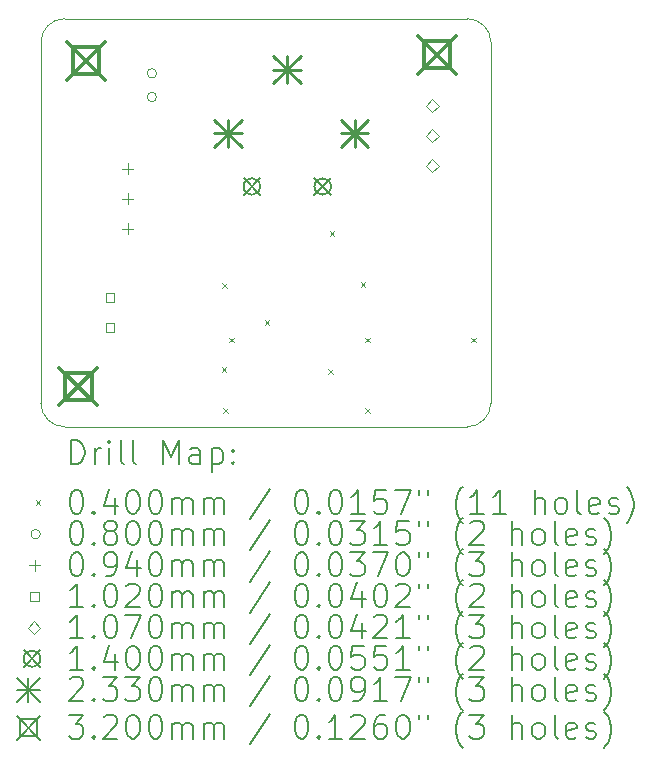
<source format=gbr>
%TF.GenerationSoftware,KiCad,Pcbnew,8.0.2*%
%TF.CreationDate,2024-06-16T16:48:02+02:00*%
%TF.ProjectId,Discharge Controller,44697363-6861-4726-9765-20436f6e7472,rev?*%
%TF.SameCoordinates,Original*%
%TF.FileFunction,Drillmap*%
%TF.FilePolarity,Positive*%
%FSLAX45Y45*%
G04 Gerber Fmt 4.5, Leading zero omitted, Abs format (unit mm)*
G04 Created by KiCad (PCBNEW 8.0.2) date 2024-06-16 16:48:02*
%MOMM*%
%LPD*%
G01*
G04 APERTURE LIST*
%ADD10C,0.100000*%
%ADD11C,0.200000*%
%ADD12C,0.102000*%
%ADD13C,0.107000*%
%ADD14C,0.140000*%
%ADD15C,0.233000*%
%ADD16C,0.320000*%
G04 APERTURE END LIST*
D10*
X14986000Y-8334400D02*
X14986000Y-5280000D01*
X18796000Y-8334400D02*
G75*
G02*
X18596000Y-8534400I-200000J0D01*
G01*
X14986000Y-5280000D02*
G75*
G02*
X15186000Y-5080000I200000J0D01*
G01*
X15186000Y-8534400D02*
G75*
G02*
X14986000Y-8334400I0J200000D01*
G01*
X18596000Y-8534400D02*
X15186000Y-8534400D01*
X18596000Y-5080000D02*
G75*
G02*
X18796000Y-5280000I0J-200000D01*
G01*
X15186000Y-5080000D02*
X18596000Y-5080000D01*
X18796000Y-5280000D02*
X18796000Y-8334400D01*
D11*
D10*
X16515400Y-8031800D02*
X16555400Y-8071800D01*
X16555400Y-8031800D02*
X16515400Y-8071800D01*
X16518900Y-7321400D02*
X16558900Y-7361400D01*
X16558900Y-7321400D02*
X16518900Y-7361400D01*
X16530000Y-8380000D02*
X16570000Y-8420000D01*
X16570000Y-8380000D02*
X16530000Y-8420000D01*
X16580000Y-7780000D02*
X16620000Y-7820000D01*
X16620000Y-7780000D02*
X16580000Y-7820000D01*
X16880000Y-7630000D02*
X16920000Y-7670000D01*
X16920000Y-7630000D02*
X16880000Y-7670000D01*
X17419640Y-8050280D02*
X17459640Y-8090280D01*
X17459640Y-8050280D02*
X17419640Y-8090280D01*
X17430000Y-6880000D02*
X17470000Y-6920000D01*
X17470000Y-6880000D02*
X17430000Y-6920000D01*
X17693965Y-7308990D02*
X17733965Y-7348990D01*
X17733965Y-7308990D02*
X17693965Y-7348990D01*
X17730000Y-7780000D02*
X17770000Y-7820000D01*
X17770000Y-7780000D02*
X17730000Y-7820000D01*
X17730000Y-8380000D02*
X17770000Y-8420000D01*
X17770000Y-8380000D02*
X17730000Y-8420000D01*
X18630000Y-7780000D02*
X18670000Y-7820000D01*
X18670000Y-7780000D02*
X18630000Y-7820000D01*
X15965800Y-5543289D02*
G75*
G02*
X15885800Y-5543289I-40000J0D01*
G01*
X15885800Y-5543289D02*
G75*
G02*
X15965800Y-5543289I40000J0D01*
G01*
X15965800Y-5743289D02*
G75*
G02*
X15885800Y-5743289I-40000J0D01*
G01*
X15885800Y-5743289D02*
G75*
G02*
X15965800Y-5743289I40000J0D01*
G01*
X15722600Y-6303000D02*
X15722600Y-6397000D01*
X15675600Y-6350000D02*
X15769600Y-6350000D01*
X15722600Y-6557000D02*
X15722600Y-6651000D01*
X15675600Y-6604000D02*
X15769600Y-6604000D01*
X15722600Y-6811000D02*
X15722600Y-6905000D01*
X15675600Y-6858000D02*
X15769600Y-6858000D01*
D12*
X15606263Y-7478263D02*
X15606263Y-7406137D01*
X15534137Y-7406137D01*
X15534137Y-7478263D01*
X15606263Y-7478263D01*
X15606263Y-7732263D02*
X15606263Y-7660137D01*
X15534137Y-7660137D01*
X15534137Y-7732263D01*
X15606263Y-7732263D01*
D13*
X18300000Y-5870100D02*
X18353500Y-5816600D01*
X18300000Y-5763100D01*
X18246500Y-5816600D01*
X18300000Y-5870100D01*
X18300000Y-6124100D02*
X18353500Y-6070600D01*
X18300000Y-6017100D01*
X18246500Y-6070600D01*
X18300000Y-6124100D01*
X18300000Y-6378100D02*
X18353500Y-6324600D01*
X18300000Y-6271100D01*
X18246500Y-6324600D01*
X18300000Y-6378100D01*
D14*
X16701950Y-6430650D02*
X16841950Y-6570650D01*
X16841950Y-6430650D02*
X16701950Y-6570650D01*
X16841950Y-6500650D02*
G75*
G02*
X16701950Y-6500650I-70000J0D01*
G01*
X16701950Y-6500650D02*
G75*
G02*
X16841950Y-6500650I70000J0D01*
G01*
X17301950Y-6430650D02*
X17441950Y-6570650D01*
X17441950Y-6430650D02*
X17301950Y-6570650D01*
X17441950Y-6500650D02*
G75*
G02*
X17301950Y-6500650I-70000J0D01*
G01*
X17301950Y-6500650D02*
G75*
G02*
X17441950Y-6500650I70000J0D01*
G01*
D15*
X16455450Y-5934150D02*
X16688450Y-6167150D01*
X16688450Y-5934150D02*
X16455450Y-6167150D01*
X16571950Y-5934150D02*
X16571950Y-6167150D01*
X16455450Y-6050650D02*
X16688450Y-6050650D01*
X16955450Y-5394150D02*
X17188450Y-5627150D01*
X17188450Y-5394150D02*
X16955450Y-5627150D01*
X17071950Y-5394150D02*
X17071950Y-5627150D01*
X16955450Y-5510650D02*
X17188450Y-5510650D01*
X17525450Y-5934150D02*
X17758450Y-6167150D01*
X17758450Y-5934150D02*
X17525450Y-6167150D01*
X17641950Y-5934150D02*
X17641950Y-6167150D01*
X17525450Y-6050650D02*
X17758450Y-6050650D01*
D16*
X15143500Y-8034040D02*
X15463500Y-8354040D01*
X15463500Y-8034040D02*
X15143500Y-8354040D01*
X15416638Y-8307178D02*
X15416638Y-8080902D01*
X15190362Y-8080902D01*
X15190362Y-8307178D01*
X15416638Y-8307178D01*
X15207000Y-5275600D02*
X15527000Y-5595600D01*
X15527000Y-5275600D02*
X15207000Y-5595600D01*
X15480138Y-5548738D02*
X15480138Y-5322462D01*
X15253862Y-5322462D01*
X15253862Y-5548738D01*
X15480138Y-5548738D01*
X18178800Y-5224800D02*
X18498800Y-5544800D01*
X18498800Y-5224800D02*
X18178800Y-5544800D01*
X18451938Y-5497938D02*
X18451938Y-5271662D01*
X18225662Y-5271662D01*
X18225662Y-5497938D01*
X18451938Y-5497938D01*
D11*
X15241777Y-8850884D02*
X15241777Y-8650884D01*
X15241777Y-8650884D02*
X15289396Y-8650884D01*
X15289396Y-8650884D02*
X15317967Y-8660408D01*
X15317967Y-8660408D02*
X15337015Y-8679455D01*
X15337015Y-8679455D02*
X15346539Y-8698503D01*
X15346539Y-8698503D02*
X15356062Y-8736598D01*
X15356062Y-8736598D02*
X15356062Y-8765170D01*
X15356062Y-8765170D02*
X15346539Y-8803265D01*
X15346539Y-8803265D02*
X15337015Y-8822312D01*
X15337015Y-8822312D02*
X15317967Y-8841360D01*
X15317967Y-8841360D02*
X15289396Y-8850884D01*
X15289396Y-8850884D02*
X15241777Y-8850884D01*
X15441777Y-8850884D02*
X15441777Y-8717550D01*
X15441777Y-8755646D02*
X15451301Y-8736598D01*
X15451301Y-8736598D02*
X15460824Y-8727074D01*
X15460824Y-8727074D02*
X15479872Y-8717550D01*
X15479872Y-8717550D02*
X15498920Y-8717550D01*
X15565586Y-8850884D02*
X15565586Y-8717550D01*
X15565586Y-8650884D02*
X15556062Y-8660408D01*
X15556062Y-8660408D02*
X15565586Y-8669931D01*
X15565586Y-8669931D02*
X15575110Y-8660408D01*
X15575110Y-8660408D02*
X15565586Y-8650884D01*
X15565586Y-8650884D02*
X15565586Y-8669931D01*
X15689396Y-8850884D02*
X15670348Y-8841360D01*
X15670348Y-8841360D02*
X15660824Y-8822312D01*
X15660824Y-8822312D02*
X15660824Y-8650884D01*
X15794158Y-8850884D02*
X15775110Y-8841360D01*
X15775110Y-8841360D02*
X15765586Y-8822312D01*
X15765586Y-8822312D02*
X15765586Y-8650884D01*
X16022729Y-8850884D02*
X16022729Y-8650884D01*
X16022729Y-8650884D02*
X16089396Y-8793741D01*
X16089396Y-8793741D02*
X16156062Y-8650884D01*
X16156062Y-8650884D02*
X16156062Y-8850884D01*
X16337015Y-8850884D02*
X16337015Y-8746122D01*
X16337015Y-8746122D02*
X16327491Y-8727074D01*
X16327491Y-8727074D02*
X16308443Y-8717550D01*
X16308443Y-8717550D02*
X16270348Y-8717550D01*
X16270348Y-8717550D02*
X16251301Y-8727074D01*
X16337015Y-8841360D02*
X16317967Y-8850884D01*
X16317967Y-8850884D02*
X16270348Y-8850884D01*
X16270348Y-8850884D02*
X16251301Y-8841360D01*
X16251301Y-8841360D02*
X16241777Y-8822312D01*
X16241777Y-8822312D02*
X16241777Y-8803265D01*
X16241777Y-8803265D02*
X16251301Y-8784217D01*
X16251301Y-8784217D02*
X16270348Y-8774693D01*
X16270348Y-8774693D02*
X16317967Y-8774693D01*
X16317967Y-8774693D02*
X16337015Y-8765170D01*
X16432253Y-8717550D02*
X16432253Y-8917550D01*
X16432253Y-8727074D02*
X16451301Y-8717550D01*
X16451301Y-8717550D02*
X16489396Y-8717550D01*
X16489396Y-8717550D02*
X16508443Y-8727074D01*
X16508443Y-8727074D02*
X16517967Y-8736598D01*
X16517967Y-8736598D02*
X16527491Y-8755646D01*
X16527491Y-8755646D02*
X16527491Y-8812789D01*
X16527491Y-8812789D02*
X16517967Y-8831836D01*
X16517967Y-8831836D02*
X16508443Y-8841360D01*
X16508443Y-8841360D02*
X16489396Y-8850884D01*
X16489396Y-8850884D02*
X16451301Y-8850884D01*
X16451301Y-8850884D02*
X16432253Y-8841360D01*
X16613205Y-8831836D02*
X16622729Y-8841360D01*
X16622729Y-8841360D02*
X16613205Y-8850884D01*
X16613205Y-8850884D02*
X16603682Y-8841360D01*
X16603682Y-8841360D02*
X16613205Y-8831836D01*
X16613205Y-8831836D02*
X16613205Y-8850884D01*
X16613205Y-8727074D02*
X16622729Y-8736598D01*
X16622729Y-8736598D02*
X16613205Y-8746122D01*
X16613205Y-8746122D02*
X16603682Y-8736598D01*
X16603682Y-8736598D02*
X16613205Y-8727074D01*
X16613205Y-8727074D02*
X16613205Y-8746122D01*
D10*
X14941000Y-9159400D02*
X14981000Y-9199400D01*
X14981000Y-9159400D02*
X14941000Y-9199400D01*
D11*
X15279872Y-9070884D02*
X15298920Y-9070884D01*
X15298920Y-9070884D02*
X15317967Y-9080408D01*
X15317967Y-9080408D02*
X15327491Y-9089931D01*
X15327491Y-9089931D02*
X15337015Y-9108979D01*
X15337015Y-9108979D02*
X15346539Y-9147074D01*
X15346539Y-9147074D02*
X15346539Y-9194693D01*
X15346539Y-9194693D02*
X15337015Y-9232789D01*
X15337015Y-9232789D02*
X15327491Y-9251836D01*
X15327491Y-9251836D02*
X15317967Y-9261360D01*
X15317967Y-9261360D02*
X15298920Y-9270884D01*
X15298920Y-9270884D02*
X15279872Y-9270884D01*
X15279872Y-9270884D02*
X15260824Y-9261360D01*
X15260824Y-9261360D02*
X15251301Y-9251836D01*
X15251301Y-9251836D02*
X15241777Y-9232789D01*
X15241777Y-9232789D02*
X15232253Y-9194693D01*
X15232253Y-9194693D02*
X15232253Y-9147074D01*
X15232253Y-9147074D02*
X15241777Y-9108979D01*
X15241777Y-9108979D02*
X15251301Y-9089931D01*
X15251301Y-9089931D02*
X15260824Y-9080408D01*
X15260824Y-9080408D02*
X15279872Y-9070884D01*
X15432253Y-9251836D02*
X15441777Y-9261360D01*
X15441777Y-9261360D02*
X15432253Y-9270884D01*
X15432253Y-9270884D02*
X15422729Y-9261360D01*
X15422729Y-9261360D02*
X15432253Y-9251836D01*
X15432253Y-9251836D02*
X15432253Y-9270884D01*
X15613205Y-9137550D02*
X15613205Y-9270884D01*
X15565586Y-9061360D02*
X15517967Y-9204217D01*
X15517967Y-9204217D02*
X15641777Y-9204217D01*
X15756062Y-9070884D02*
X15775110Y-9070884D01*
X15775110Y-9070884D02*
X15794158Y-9080408D01*
X15794158Y-9080408D02*
X15803682Y-9089931D01*
X15803682Y-9089931D02*
X15813205Y-9108979D01*
X15813205Y-9108979D02*
X15822729Y-9147074D01*
X15822729Y-9147074D02*
X15822729Y-9194693D01*
X15822729Y-9194693D02*
X15813205Y-9232789D01*
X15813205Y-9232789D02*
X15803682Y-9251836D01*
X15803682Y-9251836D02*
X15794158Y-9261360D01*
X15794158Y-9261360D02*
X15775110Y-9270884D01*
X15775110Y-9270884D02*
X15756062Y-9270884D01*
X15756062Y-9270884D02*
X15737015Y-9261360D01*
X15737015Y-9261360D02*
X15727491Y-9251836D01*
X15727491Y-9251836D02*
X15717967Y-9232789D01*
X15717967Y-9232789D02*
X15708443Y-9194693D01*
X15708443Y-9194693D02*
X15708443Y-9147074D01*
X15708443Y-9147074D02*
X15717967Y-9108979D01*
X15717967Y-9108979D02*
X15727491Y-9089931D01*
X15727491Y-9089931D02*
X15737015Y-9080408D01*
X15737015Y-9080408D02*
X15756062Y-9070884D01*
X15946539Y-9070884D02*
X15965586Y-9070884D01*
X15965586Y-9070884D02*
X15984634Y-9080408D01*
X15984634Y-9080408D02*
X15994158Y-9089931D01*
X15994158Y-9089931D02*
X16003682Y-9108979D01*
X16003682Y-9108979D02*
X16013205Y-9147074D01*
X16013205Y-9147074D02*
X16013205Y-9194693D01*
X16013205Y-9194693D02*
X16003682Y-9232789D01*
X16003682Y-9232789D02*
X15994158Y-9251836D01*
X15994158Y-9251836D02*
X15984634Y-9261360D01*
X15984634Y-9261360D02*
X15965586Y-9270884D01*
X15965586Y-9270884D02*
X15946539Y-9270884D01*
X15946539Y-9270884D02*
X15927491Y-9261360D01*
X15927491Y-9261360D02*
X15917967Y-9251836D01*
X15917967Y-9251836D02*
X15908443Y-9232789D01*
X15908443Y-9232789D02*
X15898920Y-9194693D01*
X15898920Y-9194693D02*
X15898920Y-9147074D01*
X15898920Y-9147074D02*
X15908443Y-9108979D01*
X15908443Y-9108979D02*
X15917967Y-9089931D01*
X15917967Y-9089931D02*
X15927491Y-9080408D01*
X15927491Y-9080408D02*
X15946539Y-9070884D01*
X16098920Y-9270884D02*
X16098920Y-9137550D01*
X16098920Y-9156598D02*
X16108443Y-9147074D01*
X16108443Y-9147074D02*
X16127491Y-9137550D01*
X16127491Y-9137550D02*
X16156063Y-9137550D01*
X16156063Y-9137550D02*
X16175110Y-9147074D01*
X16175110Y-9147074D02*
X16184634Y-9166122D01*
X16184634Y-9166122D02*
X16184634Y-9270884D01*
X16184634Y-9166122D02*
X16194158Y-9147074D01*
X16194158Y-9147074D02*
X16213205Y-9137550D01*
X16213205Y-9137550D02*
X16241777Y-9137550D01*
X16241777Y-9137550D02*
X16260824Y-9147074D01*
X16260824Y-9147074D02*
X16270348Y-9166122D01*
X16270348Y-9166122D02*
X16270348Y-9270884D01*
X16365586Y-9270884D02*
X16365586Y-9137550D01*
X16365586Y-9156598D02*
X16375110Y-9147074D01*
X16375110Y-9147074D02*
X16394158Y-9137550D01*
X16394158Y-9137550D02*
X16422729Y-9137550D01*
X16422729Y-9137550D02*
X16441777Y-9147074D01*
X16441777Y-9147074D02*
X16451301Y-9166122D01*
X16451301Y-9166122D02*
X16451301Y-9270884D01*
X16451301Y-9166122D02*
X16460824Y-9147074D01*
X16460824Y-9147074D02*
X16479872Y-9137550D01*
X16479872Y-9137550D02*
X16508443Y-9137550D01*
X16508443Y-9137550D02*
X16527491Y-9147074D01*
X16527491Y-9147074D02*
X16537015Y-9166122D01*
X16537015Y-9166122D02*
X16537015Y-9270884D01*
X16927491Y-9061360D02*
X16756063Y-9318503D01*
X17184634Y-9070884D02*
X17203682Y-9070884D01*
X17203682Y-9070884D02*
X17222729Y-9080408D01*
X17222729Y-9080408D02*
X17232253Y-9089931D01*
X17232253Y-9089931D02*
X17241777Y-9108979D01*
X17241777Y-9108979D02*
X17251301Y-9147074D01*
X17251301Y-9147074D02*
X17251301Y-9194693D01*
X17251301Y-9194693D02*
X17241777Y-9232789D01*
X17241777Y-9232789D02*
X17232253Y-9251836D01*
X17232253Y-9251836D02*
X17222729Y-9261360D01*
X17222729Y-9261360D02*
X17203682Y-9270884D01*
X17203682Y-9270884D02*
X17184634Y-9270884D01*
X17184634Y-9270884D02*
X17165587Y-9261360D01*
X17165587Y-9261360D02*
X17156063Y-9251836D01*
X17156063Y-9251836D02*
X17146539Y-9232789D01*
X17146539Y-9232789D02*
X17137015Y-9194693D01*
X17137015Y-9194693D02*
X17137015Y-9147074D01*
X17137015Y-9147074D02*
X17146539Y-9108979D01*
X17146539Y-9108979D02*
X17156063Y-9089931D01*
X17156063Y-9089931D02*
X17165587Y-9080408D01*
X17165587Y-9080408D02*
X17184634Y-9070884D01*
X17337015Y-9251836D02*
X17346539Y-9261360D01*
X17346539Y-9261360D02*
X17337015Y-9270884D01*
X17337015Y-9270884D02*
X17327491Y-9261360D01*
X17327491Y-9261360D02*
X17337015Y-9251836D01*
X17337015Y-9251836D02*
X17337015Y-9270884D01*
X17470348Y-9070884D02*
X17489396Y-9070884D01*
X17489396Y-9070884D02*
X17508444Y-9080408D01*
X17508444Y-9080408D02*
X17517968Y-9089931D01*
X17517968Y-9089931D02*
X17527491Y-9108979D01*
X17527491Y-9108979D02*
X17537015Y-9147074D01*
X17537015Y-9147074D02*
X17537015Y-9194693D01*
X17537015Y-9194693D02*
X17527491Y-9232789D01*
X17527491Y-9232789D02*
X17517968Y-9251836D01*
X17517968Y-9251836D02*
X17508444Y-9261360D01*
X17508444Y-9261360D02*
X17489396Y-9270884D01*
X17489396Y-9270884D02*
X17470348Y-9270884D01*
X17470348Y-9270884D02*
X17451301Y-9261360D01*
X17451301Y-9261360D02*
X17441777Y-9251836D01*
X17441777Y-9251836D02*
X17432253Y-9232789D01*
X17432253Y-9232789D02*
X17422729Y-9194693D01*
X17422729Y-9194693D02*
X17422729Y-9147074D01*
X17422729Y-9147074D02*
X17432253Y-9108979D01*
X17432253Y-9108979D02*
X17441777Y-9089931D01*
X17441777Y-9089931D02*
X17451301Y-9080408D01*
X17451301Y-9080408D02*
X17470348Y-9070884D01*
X17727491Y-9270884D02*
X17613206Y-9270884D01*
X17670348Y-9270884D02*
X17670348Y-9070884D01*
X17670348Y-9070884D02*
X17651301Y-9099455D01*
X17651301Y-9099455D02*
X17632253Y-9118503D01*
X17632253Y-9118503D02*
X17613206Y-9128027D01*
X17908444Y-9070884D02*
X17813206Y-9070884D01*
X17813206Y-9070884D02*
X17803682Y-9166122D01*
X17803682Y-9166122D02*
X17813206Y-9156598D01*
X17813206Y-9156598D02*
X17832253Y-9147074D01*
X17832253Y-9147074D02*
X17879872Y-9147074D01*
X17879872Y-9147074D02*
X17898920Y-9156598D01*
X17898920Y-9156598D02*
X17908444Y-9166122D01*
X17908444Y-9166122D02*
X17917968Y-9185170D01*
X17917968Y-9185170D02*
X17917968Y-9232789D01*
X17917968Y-9232789D02*
X17908444Y-9251836D01*
X17908444Y-9251836D02*
X17898920Y-9261360D01*
X17898920Y-9261360D02*
X17879872Y-9270884D01*
X17879872Y-9270884D02*
X17832253Y-9270884D01*
X17832253Y-9270884D02*
X17813206Y-9261360D01*
X17813206Y-9261360D02*
X17803682Y-9251836D01*
X17984634Y-9070884D02*
X18117968Y-9070884D01*
X18117968Y-9070884D02*
X18032253Y-9270884D01*
X18184634Y-9070884D02*
X18184634Y-9108979D01*
X18260825Y-9070884D02*
X18260825Y-9108979D01*
X18556063Y-9347074D02*
X18546539Y-9337550D01*
X18546539Y-9337550D02*
X18527491Y-9308979D01*
X18527491Y-9308979D02*
X18517968Y-9289931D01*
X18517968Y-9289931D02*
X18508444Y-9261360D01*
X18508444Y-9261360D02*
X18498920Y-9213741D01*
X18498920Y-9213741D02*
X18498920Y-9175646D01*
X18498920Y-9175646D02*
X18508444Y-9128027D01*
X18508444Y-9128027D02*
X18517968Y-9099455D01*
X18517968Y-9099455D02*
X18527491Y-9080408D01*
X18527491Y-9080408D02*
X18546539Y-9051836D01*
X18546539Y-9051836D02*
X18556063Y-9042312D01*
X18737015Y-9270884D02*
X18622730Y-9270884D01*
X18679872Y-9270884D02*
X18679872Y-9070884D01*
X18679872Y-9070884D02*
X18660825Y-9099455D01*
X18660825Y-9099455D02*
X18641777Y-9118503D01*
X18641777Y-9118503D02*
X18622730Y-9128027D01*
X18927491Y-9270884D02*
X18813206Y-9270884D01*
X18870349Y-9270884D02*
X18870349Y-9070884D01*
X18870349Y-9070884D02*
X18851301Y-9099455D01*
X18851301Y-9099455D02*
X18832253Y-9118503D01*
X18832253Y-9118503D02*
X18813206Y-9128027D01*
X19165587Y-9270884D02*
X19165587Y-9070884D01*
X19251301Y-9270884D02*
X19251301Y-9166122D01*
X19251301Y-9166122D02*
X19241777Y-9147074D01*
X19241777Y-9147074D02*
X19222730Y-9137550D01*
X19222730Y-9137550D02*
X19194158Y-9137550D01*
X19194158Y-9137550D02*
X19175111Y-9147074D01*
X19175111Y-9147074D02*
X19165587Y-9156598D01*
X19375111Y-9270884D02*
X19356063Y-9261360D01*
X19356063Y-9261360D02*
X19346539Y-9251836D01*
X19346539Y-9251836D02*
X19337015Y-9232789D01*
X19337015Y-9232789D02*
X19337015Y-9175646D01*
X19337015Y-9175646D02*
X19346539Y-9156598D01*
X19346539Y-9156598D02*
X19356063Y-9147074D01*
X19356063Y-9147074D02*
X19375111Y-9137550D01*
X19375111Y-9137550D02*
X19403682Y-9137550D01*
X19403682Y-9137550D02*
X19422730Y-9147074D01*
X19422730Y-9147074D02*
X19432253Y-9156598D01*
X19432253Y-9156598D02*
X19441777Y-9175646D01*
X19441777Y-9175646D02*
X19441777Y-9232789D01*
X19441777Y-9232789D02*
X19432253Y-9251836D01*
X19432253Y-9251836D02*
X19422730Y-9261360D01*
X19422730Y-9261360D02*
X19403682Y-9270884D01*
X19403682Y-9270884D02*
X19375111Y-9270884D01*
X19556063Y-9270884D02*
X19537015Y-9261360D01*
X19537015Y-9261360D02*
X19527492Y-9242312D01*
X19527492Y-9242312D02*
X19527492Y-9070884D01*
X19708444Y-9261360D02*
X19689396Y-9270884D01*
X19689396Y-9270884D02*
X19651301Y-9270884D01*
X19651301Y-9270884D02*
X19632253Y-9261360D01*
X19632253Y-9261360D02*
X19622730Y-9242312D01*
X19622730Y-9242312D02*
X19622730Y-9166122D01*
X19622730Y-9166122D02*
X19632253Y-9147074D01*
X19632253Y-9147074D02*
X19651301Y-9137550D01*
X19651301Y-9137550D02*
X19689396Y-9137550D01*
X19689396Y-9137550D02*
X19708444Y-9147074D01*
X19708444Y-9147074D02*
X19717968Y-9166122D01*
X19717968Y-9166122D02*
X19717968Y-9185170D01*
X19717968Y-9185170D02*
X19622730Y-9204217D01*
X19794158Y-9261360D02*
X19813206Y-9270884D01*
X19813206Y-9270884D02*
X19851301Y-9270884D01*
X19851301Y-9270884D02*
X19870349Y-9261360D01*
X19870349Y-9261360D02*
X19879873Y-9242312D01*
X19879873Y-9242312D02*
X19879873Y-9232789D01*
X19879873Y-9232789D02*
X19870349Y-9213741D01*
X19870349Y-9213741D02*
X19851301Y-9204217D01*
X19851301Y-9204217D02*
X19822730Y-9204217D01*
X19822730Y-9204217D02*
X19803682Y-9194693D01*
X19803682Y-9194693D02*
X19794158Y-9175646D01*
X19794158Y-9175646D02*
X19794158Y-9166122D01*
X19794158Y-9166122D02*
X19803682Y-9147074D01*
X19803682Y-9147074D02*
X19822730Y-9137550D01*
X19822730Y-9137550D02*
X19851301Y-9137550D01*
X19851301Y-9137550D02*
X19870349Y-9147074D01*
X19946539Y-9347074D02*
X19956063Y-9337550D01*
X19956063Y-9337550D02*
X19975111Y-9308979D01*
X19975111Y-9308979D02*
X19984634Y-9289931D01*
X19984634Y-9289931D02*
X19994158Y-9261360D01*
X19994158Y-9261360D02*
X20003682Y-9213741D01*
X20003682Y-9213741D02*
X20003682Y-9175646D01*
X20003682Y-9175646D02*
X19994158Y-9128027D01*
X19994158Y-9128027D02*
X19984634Y-9099455D01*
X19984634Y-9099455D02*
X19975111Y-9080408D01*
X19975111Y-9080408D02*
X19956063Y-9051836D01*
X19956063Y-9051836D02*
X19946539Y-9042312D01*
D10*
X14981000Y-9443400D02*
G75*
G02*
X14901000Y-9443400I-40000J0D01*
G01*
X14901000Y-9443400D02*
G75*
G02*
X14981000Y-9443400I40000J0D01*
G01*
D11*
X15279872Y-9334884D02*
X15298920Y-9334884D01*
X15298920Y-9334884D02*
X15317967Y-9344408D01*
X15317967Y-9344408D02*
X15327491Y-9353931D01*
X15327491Y-9353931D02*
X15337015Y-9372979D01*
X15337015Y-9372979D02*
X15346539Y-9411074D01*
X15346539Y-9411074D02*
X15346539Y-9458693D01*
X15346539Y-9458693D02*
X15337015Y-9496789D01*
X15337015Y-9496789D02*
X15327491Y-9515836D01*
X15327491Y-9515836D02*
X15317967Y-9525360D01*
X15317967Y-9525360D02*
X15298920Y-9534884D01*
X15298920Y-9534884D02*
X15279872Y-9534884D01*
X15279872Y-9534884D02*
X15260824Y-9525360D01*
X15260824Y-9525360D02*
X15251301Y-9515836D01*
X15251301Y-9515836D02*
X15241777Y-9496789D01*
X15241777Y-9496789D02*
X15232253Y-9458693D01*
X15232253Y-9458693D02*
X15232253Y-9411074D01*
X15232253Y-9411074D02*
X15241777Y-9372979D01*
X15241777Y-9372979D02*
X15251301Y-9353931D01*
X15251301Y-9353931D02*
X15260824Y-9344408D01*
X15260824Y-9344408D02*
X15279872Y-9334884D01*
X15432253Y-9515836D02*
X15441777Y-9525360D01*
X15441777Y-9525360D02*
X15432253Y-9534884D01*
X15432253Y-9534884D02*
X15422729Y-9525360D01*
X15422729Y-9525360D02*
X15432253Y-9515836D01*
X15432253Y-9515836D02*
X15432253Y-9534884D01*
X15556062Y-9420598D02*
X15537015Y-9411074D01*
X15537015Y-9411074D02*
X15527491Y-9401550D01*
X15527491Y-9401550D02*
X15517967Y-9382503D01*
X15517967Y-9382503D02*
X15517967Y-9372979D01*
X15517967Y-9372979D02*
X15527491Y-9353931D01*
X15527491Y-9353931D02*
X15537015Y-9344408D01*
X15537015Y-9344408D02*
X15556062Y-9334884D01*
X15556062Y-9334884D02*
X15594158Y-9334884D01*
X15594158Y-9334884D02*
X15613205Y-9344408D01*
X15613205Y-9344408D02*
X15622729Y-9353931D01*
X15622729Y-9353931D02*
X15632253Y-9372979D01*
X15632253Y-9372979D02*
X15632253Y-9382503D01*
X15632253Y-9382503D02*
X15622729Y-9401550D01*
X15622729Y-9401550D02*
X15613205Y-9411074D01*
X15613205Y-9411074D02*
X15594158Y-9420598D01*
X15594158Y-9420598D02*
X15556062Y-9420598D01*
X15556062Y-9420598D02*
X15537015Y-9430122D01*
X15537015Y-9430122D02*
X15527491Y-9439646D01*
X15527491Y-9439646D02*
X15517967Y-9458693D01*
X15517967Y-9458693D02*
X15517967Y-9496789D01*
X15517967Y-9496789D02*
X15527491Y-9515836D01*
X15527491Y-9515836D02*
X15537015Y-9525360D01*
X15537015Y-9525360D02*
X15556062Y-9534884D01*
X15556062Y-9534884D02*
X15594158Y-9534884D01*
X15594158Y-9534884D02*
X15613205Y-9525360D01*
X15613205Y-9525360D02*
X15622729Y-9515836D01*
X15622729Y-9515836D02*
X15632253Y-9496789D01*
X15632253Y-9496789D02*
X15632253Y-9458693D01*
X15632253Y-9458693D02*
X15622729Y-9439646D01*
X15622729Y-9439646D02*
X15613205Y-9430122D01*
X15613205Y-9430122D02*
X15594158Y-9420598D01*
X15756062Y-9334884D02*
X15775110Y-9334884D01*
X15775110Y-9334884D02*
X15794158Y-9344408D01*
X15794158Y-9344408D02*
X15803682Y-9353931D01*
X15803682Y-9353931D02*
X15813205Y-9372979D01*
X15813205Y-9372979D02*
X15822729Y-9411074D01*
X15822729Y-9411074D02*
X15822729Y-9458693D01*
X15822729Y-9458693D02*
X15813205Y-9496789D01*
X15813205Y-9496789D02*
X15803682Y-9515836D01*
X15803682Y-9515836D02*
X15794158Y-9525360D01*
X15794158Y-9525360D02*
X15775110Y-9534884D01*
X15775110Y-9534884D02*
X15756062Y-9534884D01*
X15756062Y-9534884D02*
X15737015Y-9525360D01*
X15737015Y-9525360D02*
X15727491Y-9515836D01*
X15727491Y-9515836D02*
X15717967Y-9496789D01*
X15717967Y-9496789D02*
X15708443Y-9458693D01*
X15708443Y-9458693D02*
X15708443Y-9411074D01*
X15708443Y-9411074D02*
X15717967Y-9372979D01*
X15717967Y-9372979D02*
X15727491Y-9353931D01*
X15727491Y-9353931D02*
X15737015Y-9344408D01*
X15737015Y-9344408D02*
X15756062Y-9334884D01*
X15946539Y-9334884D02*
X15965586Y-9334884D01*
X15965586Y-9334884D02*
X15984634Y-9344408D01*
X15984634Y-9344408D02*
X15994158Y-9353931D01*
X15994158Y-9353931D02*
X16003682Y-9372979D01*
X16003682Y-9372979D02*
X16013205Y-9411074D01*
X16013205Y-9411074D02*
X16013205Y-9458693D01*
X16013205Y-9458693D02*
X16003682Y-9496789D01*
X16003682Y-9496789D02*
X15994158Y-9515836D01*
X15994158Y-9515836D02*
X15984634Y-9525360D01*
X15984634Y-9525360D02*
X15965586Y-9534884D01*
X15965586Y-9534884D02*
X15946539Y-9534884D01*
X15946539Y-9534884D02*
X15927491Y-9525360D01*
X15927491Y-9525360D02*
X15917967Y-9515836D01*
X15917967Y-9515836D02*
X15908443Y-9496789D01*
X15908443Y-9496789D02*
X15898920Y-9458693D01*
X15898920Y-9458693D02*
X15898920Y-9411074D01*
X15898920Y-9411074D02*
X15908443Y-9372979D01*
X15908443Y-9372979D02*
X15917967Y-9353931D01*
X15917967Y-9353931D02*
X15927491Y-9344408D01*
X15927491Y-9344408D02*
X15946539Y-9334884D01*
X16098920Y-9534884D02*
X16098920Y-9401550D01*
X16098920Y-9420598D02*
X16108443Y-9411074D01*
X16108443Y-9411074D02*
X16127491Y-9401550D01*
X16127491Y-9401550D02*
X16156063Y-9401550D01*
X16156063Y-9401550D02*
X16175110Y-9411074D01*
X16175110Y-9411074D02*
X16184634Y-9430122D01*
X16184634Y-9430122D02*
X16184634Y-9534884D01*
X16184634Y-9430122D02*
X16194158Y-9411074D01*
X16194158Y-9411074D02*
X16213205Y-9401550D01*
X16213205Y-9401550D02*
X16241777Y-9401550D01*
X16241777Y-9401550D02*
X16260824Y-9411074D01*
X16260824Y-9411074D02*
X16270348Y-9430122D01*
X16270348Y-9430122D02*
X16270348Y-9534884D01*
X16365586Y-9534884D02*
X16365586Y-9401550D01*
X16365586Y-9420598D02*
X16375110Y-9411074D01*
X16375110Y-9411074D02*
X16394158Y-9401550D01*
X16394158Y-9401550D02*
X16422729Y-9401550D01*
X16422729Y-9401550D02*
X16441777Y-9411074D01*
X16441777Y-9411074D02*
X16451301Y-9430122D01*
X16451301Y-9430122D02*
X16451301Y-9534884D01*
X16451301Y-9430122D02*
X16460824Y-9411074D01*
X16460824Y-9411074D02*
X16479872Y-9401550D01*
X16479872Y-9401550D02*
X16508443Y-9401550D01*
X16508443Y-9401550D02*
X16527491Y-9411074D01*
X16527491Y-9411074D02*
X16537015Y-9430122D01*
X16537015Y-9430122D02*
X16537015Y-9534884D01*
X16927491Y-9325360D02*
X16756063Y-9582503D01*
X17184634Y-9334884D02*
X17203682Y-9334884D01*
X17203682Y-9334884D02*
X17222729Y-9344408D01*
X17222729Y-9344408D02*
X17232253Y-9353931D01*
X17232253Y-9353931D02*
X17241777Y-9372979D01*
X17241777Y-9372979D02*
X17251301Y-9411074D01*
X17251301Y-9411074D02*
X17251301Y-9458693D01*
X17251301Y-9458693D02*
X17241777Y-9496789D01*
X17241777Y-9496789D02*
X17232253Y-9515836D01*
X17232253Y-9515836D02*
X17222729Y-9525360D01*
X17222729Y-9525360D02*
X17203682Y-9534884D01*
X17203682Y-9534884D02*
X17184634Y-9534884D01*
X17184634Y-9534884D02*
X17165587Y-9525360D01*
X17165587Y-9525360D02*
X17156063Y-9515836D01*
X17156063Y-9515836D02*
X17146539Y-9496789D01*
X17146539Y-9496789D02*
X17137015Y-9458693D01*
X17137015Y-9458693D02*
X17137015Y-9411074D01*
X17137015Y-9411074D02*
X17146539Y-9372979D01*
X17146539Y-9372979D02*
X17156063Y-9353931D01*
X17156063Y-9353931D02*
X17165587Y-9344408D01*
X17165587Y-9344408D02*
X17184634Y-9334884D01*
X17337015Y-9515836D02*
X17346539Y-9525360D01*
X17346539Y-9525360D02*
X17337015Y-9534884D01*
X17337015Y-9534884D02*
X17327491Y-9525360D01*
X17327491Y-9525360D02*
X17337015Y-9515836D01*
X17337015Y-9515836D02*
X17337015Y-9534884D01*
X17470348Y-9334884D02*
X17489396Y-9334884D01*
X17489396Y-9334884D02*
X17508444Y-9344408D01*
X17508444Y-9344408D02*
X17517968Y-9353931D01*
X17517968Y-9353931D02*
X17527491Y-9372979D01*
X17527491Y-9372979D02*
X17537015Y-9411074D01*
X17537015Y-9411074D02*
X17537015Y-9458693D01*
X17537015Y-9458693D02*
X17527491Y-9496789D01*
X17527491Y-9496789D02*
X17517968Y-9515836D01*
X17517968Y-9515836D02*
X17508444Y-9525360D01*
X17508444Y-9525360D02*
X17489396Y-9534884D01*
X17489396Y-9534884D02*
X17470348Y-9534884D01*
X17470348Y-9534884D02*
X17451301Y-9525360D01*
X17451301Y-9525360D02*
X17441777Y-9515836D01*
X17441777Y-9515836D02*
X17432253Y-9496789D01*
X17432253Y-9496789D02*
X17422729Y-9458693D01*
X17422729Y-9458693D02*
X17422729Y-9411074D01*
X17422729Y-9411074D02*
X17432253Y-9372979D01*
X17432253Y-9372979D02*
X17441777Y-9353931D01*
X17441777Y-9353931D02*
X17451301Y-9344408D01*
X17451301Y-9344408D02*
X17470348Y-9334884D01*
X17603682Y-9334884D02*
X17727491Y-9334884D01*
X17727491Y-9334884D02*
X17660825Y-9411074D01*
X17660825Y-9411074D02*
X17689396Y-9411074D01*
X17689396Y-9411074D02*
X17708444Y-9420598D01*
X17708444Y-9420598D02*
X17717968Y-9430122D01*
X17717968Y-9430122D02*
X17727491Y-9449170D01*
X17727491Y-9449170D02*
X17727491Y-9496789D01*
X17727491Y-9496789D02*
X17717968Y-9515836D01*
X17717968Y-9515836D02*
X17708444Y-9525360D01*
X17708444Y-9525360D02*
X17689396Y-9534884D01*
X17689396Y-9534884D02*
X17632253Y-9534884D01*
X17632253Y-9534884D02*
X17613206Y-9525360D01*
X17613206Y-9525360D02*
X17603682Y-9515836D01*
X17917968Y-9534884D02*
X17803682Y-9534884D01*
X17860825Y-9534884D02*
X17860825Y-9334884D01*
X17860825Y-9334884D02*
X17841777Y-9363455D01*
X17841777Y-9363455D02*
X17822729Y-9382503D01*
X17822729Y-9382503D02*
X17803682Y-9392027D01*
X18098920Y-9334884D02*
X18003682Y-9334884D01*
X18003682Y-9334884D02*
X17994158Y-9430122D01*
X17994158Y-9430122D02*
X18003682Y-9420598D01*
X18003682Y-9420598D02*
X18022729Y-9411074D01*
X18022729Y-9411074D02*
X18070349Y-9411074D01*
X18070349Y-9411074D02*
X18089396Y-9420598D01*
X18089396Y-9420598D02*
X18098920Y-9430122D01*
X18098920Y-9430122D02*
X18108444Y-9449170D01*
X18108444Y-9449170D02*
X18108444Y-9496789D01*
X18108444Y-9496789D02*
X18098920Y-9515836D01*
X18098920Y-9515836D02*
X18089396Y-9525360D01*
X18089396Y-9525360D02*
X18070349Y-9534884D01*
X18070349Y-9534884D02*
X18022729Y-9534884D01*
X18022729Y-9534884D02*
X18003682Y-9525360D01*
X18003682Y-9525360D02*
X17994158Y-9515836D01*
X18184634Y-9334884D02*
X18184634Y-9372979D01*
X18260825Y-9334884D02*
X18260825Y-9372979D01*
X18556063Y-9611074D02*
X18546539Y-9601550D01*
X18546539Y-9601550D02*
X18527491Y-9572979D01*
X18527491Y-9572979D02*
X18517968Y-9553931D01*
X18517968Y-9553931D02*
X18508444Y-9525360D01*
X18508444Y-9525360D02*
X18498920Y-9477741D01*
X18498920Y-9477741D02*
X18498920Y-9439646D01*
X18498920Y-9439646D02*
X18508444Y-9392027D01*
X18508444Y-9392027D02*
X18517968Y-9363455D01*
X18517968Y-9363455D02*
X18527491Y-9344408D01*
X18527491Y-9344408D02*
X18546539Y-9315836D01*
X18546539Y-9315836D02*
X18556063Y-9306312D01*
X18622730Y-9353931D02*
X18632253Y-9344408D01*
X18632253Y-9344408D02*
X18651301Y-9334884D01*
X18651301Y-9334884D02*
X18698920Y-9334884D01*
X18698920Y-9334884D02*
X18717968Y-9344408D01*
X18717968Y-9344408D02*
X18727491Y-9353931D01*
X18727491Y-9353931D02*
X18737015Y-9372979D01*
X18737015Y-9372979D02*
X18737015Y-9392027D01*
X18737015Y-9392027D02*
X18727491Y-9420598D01*
X18727491Y-9420598D02*
X18613206Y-9534884D01*
X18613206Y-9534884D02*
X18737015Y-9534884D01*
X18975111Y-9534884D02*
X18975111Y-9334884D01*
X19060825Y-9534884D02*
X19060825Y-9430122D01*
X19060825Y-9430122D02*
X19051301Y-9411074D01*
X19051301Y-9411074D02*
X19032253Y-9401550D01*
X19032253Y-9401550D02*
X19003682Y-9401550D01*
X19003682Y-9401550D02*
X18984634Y-9411074D01*
X18984634Y-9411074D02*
X18975111Y-9420598D01*
X19184634Y-9534884D02*
X19165587Y-9525360D01*
X19165587Y-9525360D02*
X19156063Y-9515836D01*
X19156063Y-9515836D02*
X19146539Y-9496789D01*
X19146539Y-9496789D02*
X19146539Y-9439646D01*
X19146539Y-9439646D02*
X19156063Y-9420598D01*
X19156063Y-9420598D02*
X19165587Y-9411074D01*
X19165587Y-9411074D02*
X19184634Y-9401550D01*
X19184634Y-9401550D02*
X19213206Y-9401550D01*
X19213206Y-9401550D02*
X19232253Y-9411074D01*
X19232253Y-9411074D02*
X19241777Y-9420598D01*
X19241777Y-9420598D02*
X19251301Y-9439646D01*
X19251301Y-9439646D02*
X19251301Y-9496789D01*
X19251301Y-9496789D02*
X19241777Y-9515836D01*
X19241777Y-9515836D02*
X19232253Y-9525360D01*
X19232253Y-9525360D02*
X19213206Y-9534884D01*
X19213206Y-9534884D02*
X19184634Y-9534884D01*
X19365587Y-9534884D02*
X19346539Y-9525360D01*
X19346539Y-9525360D02*
X19337015Y-9506312D01*
X19337015Y-9506312D02*
X19337015Y-9334884D01*
X19517968Y-9525360D02*
X19498920Y-9534884D01*
X19498920Y-9534884D02*
X19460825Y-9534884D01*
X19460825Y-9534884D02*
X19441777Y-9525360D01*
X19441777Y-9525360D02*
X19432253Y-9506312D01*
X19432253Y-9506312D02*
X19432253Y-9430122D01*
X19432253Y-9430122D02*
X19441777Y-9411074D01*
X19441777Y-9411074D02*
X19460825Y-9401550D01*
X19460825Y-9401550D02*
X19498920Y-9401550D01*
X19498920Y-9401550D02*
X19517968Y-9411074D01*
X19517968Y-9411074D02*
X19527492Y-9430122D01*
X19527492Y-9430122D02*
X19527492Y-9449170D01*
X19527492Y-9449170D02*
X19432253Y-9468217D01*
X19603682Y-9525360D02*
X19622730Y-9534884D01*
X19622730Y-9534884D02*
X19660825Y-9534884D01*
X19660825Y-9534884D02*
X19679873Y-9525360D01*
X19679873Y-9525360D02*
X19689396Y-9506312D01*
X19689396Y-9506312D02*
X19689396Y-9496789D01*
X19689396Y-9496789D02*
X19679873Y-9477741D01*
X19679873Y-9477741D02*
X19660825Y-9468217D01*
X19660825Y-9468217D02*
X19632253Y-9468217D01*
X19632253Y-9468217D02*
X19613206Y-9458693D01*
X19613206Y-9458693D02*
X19603682Y-9439646D01*
X19603682Y-9439646D02*
X19603682Y-9430122D01*
X19603682Y-9430122D02*
X19613206Y-9411074D01*
X19613206Y-9411074D02*
X19632253Y-9401550D01*
X19632253Y-9401550D02*
X19660825Y-9401550D01*
X19660825Y-9401550D02*
X19679873Y-9411074D01*
X19756063Y-9611074D02*
X19765587Y-9601550D01*
X19765587Y-9601550D02*
X19784634Y-9572979D01*
X19784634Y-9572979D02*
X19794158Y-9553931D01*
X19794158Y-9553931D02*
X19803682Y-9525360D01*
X19803682Y-9525360D02*
X19813206Y-9477741D01*
X19813206Y-9477741D02*
X19813206Y-9439646D01*
X19813206Y-9439646D02*
X19803682Y-9392027D01*
X19803682Y-9392027D02*
X19794158Y-9363455D01*
X19794158Y-9363455D02*
X19784634Y-9344408D01*
X19784634Y-9344408D02*
X19765587Y-9315836D01*
X19765587Y-9315836D02*
X19756063Y-9306312D01*
D10*
X14934000Y-9660400D02*
X14934000Y-9754400D01*
X14887000Y-9707400D02*
X14981000Y-9707400D01*
D11*
X15279872Y-9598884D02*
X15298920Y-9598884D01*
X15298920Y-9598884D02*
X15317967Y-9608408D01*
X15317967Y-9608408D02*
X15327491Y-9617931D01*
X15327491Y-9617931D02*
X15337015Y-9636979D01*
X15337015Y-9636979D02*
X15346539Y-9675074D01*
X15346539Y-9675074D02*
X15346539Y-9722693D01*
X15346539Y-9722693D02*
X15337015Y-9760789D01*
X15337015Y-9760789D02*
X15327491Y-9779836D01*
X15327491Y-9779836D02*
X15317967Y-9789360D01*
X15317967Y-9789360D02*
X15298920Y-9798884D01*
X15298920Y-9798884D02*
X15279872Y-9798884D01*
X15279872Y-9798884D02*
X15260824Y-9789360D01*
X15260824Y-9789360D02*
X15251301Y-9779836D01*
X15251301Y-9779836D02*
X15241777Y-9760789D01*
X15241777Y-9760789D02*
X15232253Y-9722693D01*
X15232253Y-9722693D02*
X15232253Y-9675074D01*
X15232253Y-9675074D02*
X15241777Y-9636979D01*
X15241777Y-9636979D02*
X15251301Y-9617931D01*
X15251301Y-9617931D02*
X15260824Y-9608408D01*
X15260824Y-9608408D02*
X15279872Y-9598884D01*
X15432253Y-9779836D02*
X15441777Y-9789360D01*
X15441777Y-9789360D02*
X15432253Y-9798884D01*
X15432253Y-9798884D02*
X15422729Y-9789360D01*
X15422729Y-9789360D02*
X15432253Y-9779836D01*
X15432253Y-9779836D02*
X15432253Y-9798884D01*
X15537015Y-9798884D02*
X15575110Y-9798884D01*
X15575110Y-9798884D02*
X15594158Y-9789360D01*
X15594158Y-9789360D02*
X15603682Y-9779836D01*
X15603682Y-9779836D02*
X15622729Y-9751265D01*
X15622729Y-9751265D02*
X15632253Y-9713170D01*
X15632253Y-9713170D02*
X15632253Y-9636979D01*
X15632253Y-9636979D02*
X15622729Y-9617931D01*
X15622729Y-9617931D02*
X15613205Y-9608408D01*
X15613205Y-9608408D02*
X15594158Y-9598884D01*
X15594158Y-9598884D02*
X15556062Y-9598884D01*
X15556062Y-9598884D02*
X15537015Y-9608408D01*
X15537015Y-9608408D02*
X15527491Y-9617931D01*
X15527491Y-9617931D02*
X15517967Y-9636979D01*
X15517967Y-9636979D02*
X15517967Y-9684598D01*
X15517967Y-9684598D02*
X15527491Y-9703646D01*
X15527491Y-9703646D02*
X15537015Y-9713170D01*
X15537015Y-9713170D02*
X15556062Y-9722693D01*
X15556062Y-9722693D02*
X15594158Y-9722693D01*
X15594158Y-9722693D02*
X15613205Y-9713170D01*
X15613205Y-9713170D02*
X15622729Y-9703646D01*
X15622729Y-9703646D02*
X15632253Y-9684598D01*
X15803682Y-9665550D02*
X15803682Y-9798884D01*
X15756062Y-9589360D02*
X15708443Y-9732217D01*
X15708443Y-9732217D02*
X15832253Y-9732217D01*
X15946539Y-9598884D02*
X15965586Y-9598884D01*
X15965586Y-9598884D02*
X15984634Y-9608408D01*
X15984634Y-9608408D02*
X15994158Y-9617931D01*
X15994158Y-9617931D02*
X16003682Y-9636979D01*
X16003682Y-9636979D02*
X16013205Y-9675074D01*
X16013205Y-9675074D02*
X16013205Y-9722693D01*
X16013205Y-9722693D02*
X16003682Y-9760789D01*
X16003682Y-9760789D02*
X15994158Y-9779836D01*
X15994158Y-9779836D02*
X15984634Y-9789360D01*
X15984634Y-9789360D02*
X15965586Y-9798884D01*
X15965586Y-9798884D02*
X15946539Y-9798884D01*
X15946539Y-9798884D02*
X15927491Y-9789360D01*
X15927491Y-9789360D02*
X15917967Y-9779836D01*
X15917967Y-9779836D02*
X15908443Y-9760789D01*
X15908443Y-9760789D02*
X15898920Y-9722693D01*
X15898920Y-9722693D02*
X15898920Y-9675074D01*
X15898920Y-9675074D02*
X15908443Y-9636979D01*
X15908443Y-9636979D02*
X15917967Y-9617931D01*
X15917967Y-9617931D02*
X15927491Y-9608408D01*
X15927491Y-9608408D02*
X15946539Y-9598884D01*
X16098920Y-9798884D02*
X16098920Y-9665550D01*
X16098920Y-9684598D02*
X16108443Y-9675074D01*
X16108443Y-9675074D02*
X16127491Y-9665550D01*
X16127491Y-9665550D02*
X16156063Y-9665550D01*
X16156063Y-9665550D02*
X16175110Y-9675074D01*
X16175110Y-9675074D02*
X16184634Y-9694122D01*
X16184634Y-9694122D02*
X16184634Y-9798884D01*
X16184634Y-9694122D02*
X16194158Y-9675074D01*
X16194158Y-9675074D02*
X16213205Y-9665550D01*
X16213205Y-9665550D02*
X16241777Y-9665550D01*
X16241777Y-9665550D02*
X16260824Y-9675074D01*
X16260824Y-9675074D02*
X16270348Y-9694122D01*
X16270348Y-9694122D02*
X16270348Y-9798884D01*
X16365586Y-9798884D02*
X16365586Y-9665550D01*
X16365586Y-9684598D02*
X16375110Y-9675074D01*
X16375110Y-9675074D02*
X16394158Y-9665550D01*
X16394158Y-9665550D02*
X16422729Y-9665550D01*
X16422729Y-9665550D02*
X16441777Y-9675074D01*
X16441777Y-9675074D02*
X16451301Y-9694122D01*
X16451301Y-9694122D02*
X16451301Y-9798884D01*
X16451301Y-9694122D02*
X16460824Y-9675074D01*
X16460824Y-9675074D02*
X16479872Y-9665550D01*
X16479872Y-9665550D02*
X16508443Y-9665550D01*
X16508443Y-9665550D02*
X16527491Y-9675074D01*
X16527491Y-9675074D02*
X16537015Y-9694122D01*
X16537015Y-9694122D02*
X16537015Y-9798884D01*
X16927491Y-9589360D02*
X16756063Y-9846503D01*
X17184634Y-9598884D02*
X17203682Y-9598884D01*
X17203682Y-9598884D02*
X17222729Y-9608408D01*
X17222729Y-9608408D02*
X17232253Y-9617931D01*
X17232253Y-9617931D02*
X17241777Y-9636979D01*
X17241777Y-9636979D02*
X17251301Y-9675074D01*
X17251301Y-9675074D02*
X17251301Y-9722693D01*
X17251301Y-9722693D02*
X17241777Y-9760789D01*
X17241777Y-9760789D02*
X17232253Y-9779836D01*
X17232253Y-9779836D02*
X17222729Y-9789360D01*
X17222729Y-9789360D02*
X17203682Y-9798884D01*
X17203682Y-9798884D02*
X17184634Y-9798884D01*
X17184634Y-9798884D02*
X17165587Y-9789360D01*
X17165587Y-9789360D02*
X17156063Y-9779836D01*
X17156063Y-9779836D02*
X17146539Y-9760789D01*
X17146539Y-9760789D02*
X17137015Y-9722693D01*
X17137015Y-9722693D02*
X17137015Y-9675074D01*
X17137015Y-9675074D02*
X17146539Y-9636979D01*
X17146539Y-9636979D02*
X17156063Y-9617931D01*
X17156063Y-9617931D02*
X17165587Y-9608408D01*
X17165587Y-9608408D02*
X17184634Y-9598884D01*
X17337015Y-9779836D02*
X17346539Y-9789360D01*
X17346539Y-9789360D02*
X17337015Y-9798884D01*
X17337015Y-9798884D02*
X17327491Y-9789360D01*
X17327491Y-9789360D02*
X17337015Y-9779836D01*
X17337015Y-9779836D02*
X17337015Y-9798884D01*
X17470348Y-9598884D02*
X17489396Y-9598884D01*
X17489396Y-9598884D02*
X17508444Y-9608408D01*
X17508444Y-9608408D02*
X17517968Y-9617931D01*
X17517968Y-9617931D02*
X17527491Y-9636979D01*
X17527491Y-9636979D02*
X17537015Y-9675074D01*
X17537015Y-9675074D02*
X17537015Y-9722693D01*
X17537015Y-9722693D02*
X17527491Y-9760789D01*
X17527491Y-9760789D02*
X17517968Y-9779836D01*
X17517968Y-9779836D02*
X17508444Y-9789360D01*
X17508444Y-9789360D02*
X17489396Y-9798884D01*
X17489396Y-9798884D02*
X17470348Y-9798884D01*
X17470348Y-9798884D02*
X17451301Y-9789360D01*
X17451301Y-9789360D02*
X17441777Y-9779836D01*
X17441777Y-9779836D02*
X17432253Y-9760789D01*
X17432253Y-9760789D02*
X17422729Y-9722693D01*
X17422729Y-9722693D02*
X17422729Y-9675074D01*
X17422729Y-9675074D02*
X17432253Y-9636979D01*
X17432253Y-9636979D02*
X17441777Y-9617931D01*
X17441777Y-9617931D02*
X17451301Y-9608408D01*
X17451301Y-9608408D02*
X17470348Y-9598884D01*
X17603682Y-9598884D02*
X17727491Y-9598884D01*
X17727491Y-9598884D02*
X17660825Y-9675074D01*
X17660825Y-9675074D02*
X17689396Y-9675074D01*
X17689396Y-9675074D02*
X17708444Y-9684598D01*
X17708444Y-9684598D02*
X17717968Y-9694122D01*
X17717968Y-9694122D02*
X17727491Y-9713170D01*
X17727491Y-9713170D02*
X17727491Y-9760789D01*
X17727491Y-9760789D02*
X17717968Y-9779836D01*
X17717968Y-9779836D02*
X17708444Y-9789360D01*
X17708444Y-9789360D02*
X17689396Y-9798884D01*
X17689396Y-9798884D02*
X17632253Y-9798884D01*
X17632253Y-9798884D02*
X17613206Y-9789360D01*
X17613206Y-9789360D02*
X17603682Y-9779836D01*
X17794158Y-9598884D02*
X17927491Y-9598884D01*
X17927491Y-9598884D02*
X17841777Y-9798884D01*
X18041777Y-9598884D02*
X18060825Y-9598884D01*
X18060825Y-9598884D02*
X18079872Y-9608408D01*
X18079872Y-9608408D02*
X18089396Y-9617931D01*
X18089396Y-9617931D02*
X18098920Y-9636979D01*
X18098920Y-9636979D02*
X18108444Y-9675074D01*
X18108444Y-9675074D02*
X18108444Y-9722693D01*
X18108444Y-9722693D02*
X18098920Y-9760789D01*
X18098920Y-9760789D02*
X18089396Y-9779836D01*
X18089396Y-9779836D02*
X18079872Y-9789360D01*
X18079872Y-9789360D02*
X18060825Y-9798884D01*
X18060825Y-9798884D02*
X18041777Y-9798884D01*
X18041777Y-9798884D02*
X18022729Y-9789360D01*
X18022729Y-9789360D02*
X18013206Y-9779836D01*
X18013206Y-9779836D02*
X18003682Y-9760789D01*
X18003682Y-9760789D02*
X17994158Y-9722693D01*
X17994158Y-9722693D02*
X17994158Y-9675074D01*
X17994158Y-9675074D02*
X18003682Y-9636979D01*
X18003682Y-9636979D02*
X18013206Y-9617931D01*
X18013206Y-9617931D02*
X18022729Y-9608408D01*
X18022729Y-9608408D02*
X18041777Y-9598884D01*
X18184634Y-9598884D02*
X18184634Y-9636979D01*
X18260825Y-9598884D02*
X18260825Y-9636979D01*
X18556063Y-9875074D02*
X18546539Y-9865550D01*
X18546539Y-9865550D02*
X18527491Y-9836979D01*
X18527491Y-9836979D02*
X18517968Y-9817931D01*
X18517968Y-9817931D02*
X18508444Y-9789360D01*
X18508444Y-9789360D02*
X18498920Y-9741741D01*
X18498920Y-9741741D02*
X18498920Y-9703646D01*
X18498920Y-9703646D02*
X18508444Y-9656027D01*
X18508444Y-9656027D02*
X18517968Y-9627455D01*
X18517968Y-9627455D02*
X18527491Y-9608408D01*
X18527491Y-9608408D02*
X18546539Y-9579836D01*
X18546539Y-9579836D02*
X18556063Y-9570312D01*
X18613206Y-9598884D02*
X18737015Y-9598884D01*
X18737015Y-9598884D02*
X18670349Y-9675074D01*
X18670349Y-9675074D02*
X18698920Y-9675074D01*
X18698920Y-9675074D02*
X18717968Y-9684598D01*
X18717968Y-9684598D02*
X18727491Y-9694122D01*
X18727491Y-9694122D02*
X18737015Y-9713170D01*
X18737015Y-9713170D02*
X18737015Y-9760789D01*
X18737015Y-9760789D02*
X18727491Y-9779836D01*
X18727491Y-9779836D02*
X18717968Y-9789360D01*
X18717968Y-9789360D02*
X18698920Y-9798884D01*
X18698920Y-9798884D02*
X18641777Y-9798884D01*
X18641777Y-9798884D02*
X18622730Y-9789360D01*
X18622730Y-9789360D02*
X18613206Y-9779836D01*
X18975111Y-9798884D02*
X18975111Y-9598884D01*
X19060825Y-9798884D02*
X19060825Y-9694122D01*
X19060825Y-9694122D02*
X19051301Y-9675074D01*
X19051301Y-9675074D02*
X19032253Y-9665550D01*
X19032253Y-9665550D02*
X19003682Y-9665550D01*
X19003682Y-9665550D02*
X18984634Y-9675074D01*
X18984634Y-9675074D02*
X18975111Y-9684598D01*
X19184634Y-9798884D02*
X19165587Y-9789360D01*
X19165587Y-9789360D02*
X19156063Y-9779836D01*
X19156063Y-9779836D02*
X19146539Y-9760789D01*
X19146539Y-9760789D02*
X19146539Y-9703646D01*
X19146539Y-9703646D02*
X19156063Y-9684598D01*
X19156063Y-9684598D02*
X19165587Y-9675074D01*
X19165587Y-9675074D02*
X19184634Y-9665550D01*
X19184634Y-9665550D02*
X19213206Y-9665550D01*
X19213206Y-9665550D02*
X19232253Y-9675074D01*
X19232253Y-9675074D02*
X19241777Y-9684598D01*
X19241777Y-9684598D02*
X19251301Y-9703646D01*
X19251301Y-9703646D02*
X19251301Y-9760789D01*
X19251301Y-9760789D02*
X19241777Y-9779836D01*
X19241777Y-9779836D02*
X19232253Y-9789360D01*
X19232253Y-9789360D02*
X19213206Y-9798884D01*
X19213206Y-9798884D02*
X19184634Y-9798884D01*
X19365587Y-9798884D02*
X19346539Y-9789360D01*
X19346539Y-9789360D02*
X19337015Y-9770312D01*
X19337015Y-9770312D02*
X19337015Y-9598884D01*
X19517968Y-9789360D02*
X19498920Y-9798884D01*
X19498920Y-9798884D02*
X19460825Y-9798884D01*
X19460825Y-9798884D02*
X19441777Y-9789360D01*
X19441777Y-9789360D02*
X19432253Y-9770312D01*
X19432253Y-9770312D02*
X19432253Y-9694122D01*
X19432253Y-9694122D02*
X19441777Y-9675074D01*
X19441777Y-9675074D02*
X19460825Y-9665550D01*
X19460825Y-9665550D02*
X19498920Y-9665550D01*
X19498920Y-9665550D02*
X19517968Y-9675074D01*
X19517968Y-9675074D02*
X19527492Y-9694122D01*
X19527492Y-9694122D02*
X19527492Y-9713170D01*
X19527492Y-9713170D02*
X19432253Y-9732217D01*
X19603682Y-9789360D02*
X19622730Y-9798884D01*
X19622730Y-9798884D02*
X19660825Y-9798884D01*
X19660825Y-9798884D02*
X19679873Y-9789360D01*
X19679873Y-9789360D02*
X19689396Y-9770312D01*
X19689396Y-9770312D02*
X19689396Y-9760789D01*
X19689396Y-9760789D02*
X19679873Y-9741741D01*
X19679873Y-9741741D02*
X19660825Y-9732217D01*
X19660825Y-9732217D02*
X19632253Y-9732217D01*
X19632253Y-9732217D02*
X19613206Y-9722693D01*
X19613206Y-9722693D02*
X19603682Y-9703646D01*
X19603682Y-9703646D02*
X19603682Y-9694122D01*
X19603682Y-9694122D02*
X19613206Y-9675074D01*
X19613206Y-9675074D02*
X19632253Y-9665550D01*
X19632253Y-9665550D02*
X19660825Y-9665550D01*
X19660825Y-9665550D02*
X19679873Y-9675074D01*
X19756063Y-9875074D02*
X19765587Y-9865550D01*
X19765587Y-9865550D02*
X19784634Y-9836979D01*
X19784634Y-9836979D02*
X19794158Y-9817931D01*
X19794158Y-9817931D02*
X19803682Y-9789360D01*
X19803682Y-9789360D02*
X19813206Y-9741741D01*
X19813206Y-9741741D02*
X19813206Y-9703646D01*
X19813206Y-9703646D02*
X19803682Y-9656027D01*
X19803682Y-9656027D02*
X19794158Y-9627455D01*
X19794158Y-9627455D02*
X19784634Y-9608408D01*
X19784634Y-9608408D02*
X19765587Y-9579836D01*
X19765587Y-9579836D02*
X19756063Y-9570312D01*
D12*
X14966063Y-10007463D02*
X14966063Y-9935337D01*
X14893937Y-9935337D01*
X14893937Y-10007463D01*
X14966063Y-10007463D01*
D11*
X15346539Y-10062884D02*
X15232253Y-10062884D01*
X15289396Y-10062884D02*
X15289396Y-9862884D01*
X15289396Y-9862884D02*
X15270348Y-9891455D01*
X15270348Y-9891455D02*
X15251301Y-9910503D01*
X15251301Y-9910503D02*
X15232253Y-9920027D01*
X15432253Y-10043836D02*
X15441777Y-10053360D01*
X15441777Y-10053360D02*
X15432253Y-10062884D01*
X15432253Y-10062884D02*
X15422729Y-10053360D01*
X15422729Y-10053360D02*
X15432253Y-10043836D01*
X15432253Y-10043836D02*
X15432253Y-10062884D01*
X15565586Y-9862884D02*
X15584634Y-9862884D01*
X15584634Y-9862884D02*
X15603682Y-9872408D01*
X15603682Y-9872408D02*
X15613205Y-9881931D01*
X15613205Y-9881931D02*
X15622729Y-9900979D01*
X15622729Y-9900979D02*
X15632253Y-9939074D01*
X15632253Y-9939074D02*
X15632253Y-9986693D01*
X15632253Y-9986693D02*
X15622729Y-10024789D01*
X15622729Y-10024789D02*
X15613205Y-10043836D01*
X15613205Y-10043836D02*
X15603682Y-10053360D01*
X15603682Y-10053360D02*
X15584634Y-10062884D01*
X15584634Y-10062884D02*
X15565586Y-10062884D01*
X15565586Y-10062884D02*
X15546539Y-10053360D01*
X15546539Y-10053360D02*
X15537015Y-10043836D01*
X15537015Y-10043836D02*
X15527491Y-10024789D01*
X15527491Y-10024789D02*
X15517967Y-9986693D01*
X15517967Y-9986693D02*
X15517967Y-9939074D01*
X15517967Y-9939074D02*
X15527491Y-9900979D01*
X15527491Y-9900979D02*
X15537015Y-9881931D01*
X15537015Y-9881931D02*
X15546539Y-9872408D01*
X15546539Y-9872408D02*
X15565586Y-9862884D01*
X15708443Y-9881931D02*
X15717967Y-9872408D01*
X15717967Y-9872408D02*
X15737015Y-9862884D01*
X15737015Y-9862884D02*
X15784634Y-9862884D01*
X15784634Y-9862884D02*
X15803682Y-9872408D01*
X15803682Y-9872408D02*
X15813205Y-9881931D01*
X15813205Y-9881931D02*
X15822729Y-9900979D01*
X15822729Y-9900979D02*
X15822729Y-9920027D01*
X15822729Y-9920027D02*
X15813205Y-9948598D01*
X15813205Y-9948598D02*
X15698920Y-10062884D01*
X15698920Y-10062884D02*
X15822729Y-10062884D01*
X15946539Y-9862884D02*
X15965586Y-9862884D01*
X15965586Y-9862884D02*
X15984634Y-9872408D01*
X15984634Y-9872408D02*
X15994158Y-9881931D01*
X15994158Y-9881931D02*
X16003682Y-9900979D01*
X16003682Y-9900979D02*
X16013205Y-9939074D01*
X16013205Y-9939074D02*
X16013205Y-9986693D01*
X16013205Y-9986693D02*
X16003682Y-10024789D01*
X16003682Y-10024789D02*
X15994158Y-10043836D01*
X15994158Y-10043836D02*
X15984634Y-10053360D01*
X15984634Y-10053360D02*
X15965586Y-10062884D01*
X15965586Y-10062884D02*
X15946539Y-10062884D01*
X15946539Y-10062884D02*
X15927491Y-10053360D01*
X15927491Y-10053360D02*
X15917967Y-10043836D01*
X15917967Y-10043836D02*
X15908443Y-10024789D01*
X15908443Y-10024789D02*
X15898920Y-9986693D01*
X15898920Y-9986693D02*
X15898920Y-9939074D01*
X15898920Y-9939074D02*
X15908443Y-9900979D01*
X15908443Y-9900979D02*
X15917967Y-9881931D01*
X15917967Y-9881931D02*
X15927491Y-9872408D01*
X15927491Y-9872408D02*
X15946539Y-9862884D01*
X16098920Y-10062884D02*
X16098920Y-9929550D01*
X16098920Y-9948598D02*
X16108443Y-9939074D01*
X16108443Y-9939074D02*
X16127491Y-9929550D01*
X16127491Y-9929550D02*
X16156063Y-9929550D01*
X16156063Y-9929550D02*
X16175110Y-9939074D01*
X16175110Y-9939074D02*
X16184634Y-9958122D01*
X16184634Y-9958122D02*
X16184634Y-10062884D01*
X16184634Y-9958122D02*
X16194158Y-9939074D01*
X16194158Y-9939074D02*
X16213205Y-9929550D01*
X16213205Y-9929550D02*
X16241777Y-9929550D01*
X16241777Y-9929550D02*
X16260824Y-9939074D01*
X16260824Y-9939074D02*
X16270348Y-9958122D01*
X16270348Y-9958122D02*
X16270348Y-10062884D01*
X16365586Y-10062884D02*
X16365586Y-9929550D01*
X16365586Y-9948598D02*
X16375110Y-9939074D01*
X16375110Y-9939074D02*
X16394158Y-9929550D01*
X16394158Y-9929550D02*
X16422729Y-9929550D01*
X16422729Y-9929550D02*
X16441777Y-9939074D01*
X16441777Y-9939074D02*
X16451301Y-9958122D01*
X16451301Y-9958122D02*
X16451301Y-10062884D01*
X16451301Y-9958122D02*
X16460824Y-9939074D01*
X16460824Y-9939074D02*
X16479872Y-9929550D01*
X16479872Y-9929550D02*
X16508443Y-9929550D01*
X16508443Y-9929550D02*
X16527491Y-9939074D01*
X16527491Y-9939074D02*
X16537015Y-9958122D01*
X16537015Y-9958122D02*
X16537015Y-10062884D01*
X16927491Y-9853360D02*
X16756063Y-10110503D01*
X17184634Y-9862884D02*
X17203682Y-9862884D01*
X17203682Y-9862884D02*
X17222729Y-9872408D01*
X17222729Y-9872408D02*
X17232253Y-9881931D01*
X17232253Y-9881931D02*
X17241777Y-9900979D01*
X17241777Y-9900979D02*
X17251301Y-9939074D01*
X17251301Y-9939074D02*
X17251301Y-9986693D01*
X17251301Y-9986693D02*
X17241777Y-10024789D01*
X17241777Y-10024789D02*
X17232253Y-10043836D01*
X17232253Y-10043836D02*
X17222729Y-10053360D01*
X17222729Y-10053360D02*
X17203682Y-10062884D01*
X17203682Y-10062884D02*
X17184634Y-10062884D01*
X17184634Y-10062884D02*
X17165587Y-10053360D01*
X17165587Y-10053360D02*
X17156063Y-10043836D01*
X17156063Y-10043836D02*
X17146539Y-10024789D01*
X17146539Y-10024789D02*
X17137015Y-9986693D01*
X17137015Y-9986693D02*
X17137015Y-9939074D01*
X17137015Y-9939074D02*
X17146539Y-9900979D01*
X17146539Y-9900979D02*
X17156063Y-9881931D01*
X17156063Y-9881931D02*
X17165587Y-9872408D01*
X17165587Y-9872408D02*
X17184634Y-9862884D01*
X17337015Y-10043836D02*
X17346539Y-10053360D01*
X17346539Y-10053360D02*
X17337015Y-10062884D01*
X17337015Y-10062884D02*
X17327491Y-10053360D01*
X17327491Y-10053360D02*
X17337015Y-10043836D01*
X17337015Y-10043836D02*
X17337015Y-10062884D01*
X17470348Y-9862884D02*
X17489396Y-9862884D01*
X17489396Y-9862884D02*
X17508444Y-9872408D01*
X17508444Y-9872408D02*
X17517968Y-9881931D01*
X17517968Y-9881931D02*
X17527491Y-9900979D01*
X17527491Y-9900979D02*
X17537015Y-9939074D01*
X17537015Y-9939074D02*
X17537015Y-9986693D01*
X17537015Y-9986693D02*
X17527491Y-10024789D01*
X17527491Y-10024789D02*
X17517968Y-10043836D01*
X17517968Y-10043836D02*
X17508444Y-10053360D01*
X17508444Y-10053360D02*
X17489396Y-10062884D01*
X17489396Y-10062884D02*
X17470348Y-10062884D01*
X17470348Y-10062884D02*
X17451301Y-10053360D01*
X17451301Y-10053360D02*
X17441777Y-10043836D01*
X17441777Y-10043836D02*
X17432253Y-10024789D01*
X17432253Y-10024789D02*
X17422729Y-9986693D01*
X17422729Y-9986693D02*
X17422729Y-9939074D01*
X17422729Y-9939074D02*
X17432253Y-9900979D01*
X17432253Y-9900979D02*
X17441777Y-9881931D01*
X17441777Y-9881931D02*
X17451301Y-9872408D01*
X17451301Y-9872408D02*
X17470348Y-9862884D01*
X17708444Y-9929550D02*
X17708444Y-10062884D01*
X17660825Y-9853360D02*
X17613206Y-9996217D01*
X17613206Y-9996217D02*
X17737015Y-9996217D01*
X17851301Y-9862884D02*
X17870349Y-9862884D01*
X17870349Y-9862884D02*
X17889396Y-9872408D01*
X17889396Y-9872408D02*
X17898920Y-9881931D01*
X17898920Y-9881931D02*
X17908444Y-9900979D01*
X17908444Y-9900979D02*
X17917968Y-9939074D01*
X17917968Y-9939074D02*
X17917968Y-9986693D01*
X17917968Y-9986693D02*
X17908444Y-10024789D01*
X17908444Y-10024789D02*
X17898920Y-10043836D01*
X17898920Y-10043836D02*
X17889396Y-10053360D01*
X17889396Y-10053360D02*
X17870349Y-10062884D01*
X17870349Y-10062884D02*
X17851301Y-10062884D01*
X17851301Y-10062884D02*
X17832253Y-10053360D01*
X17832253Y-10053360D02*
X17822729Y-10043836D01*
X17822729Y-10043836D02*
X17813206Y-10024789D01*
X17813206Y-10024789D02*
X17803682Y-9986693D01*
X17803682Y-9986693D02*
X17803682Y-9939074D01*
X17803682Y-9939074D02*
X17813206Y-9900979D01*
X17813206Y-9900979D02*
X17822729Y-9881931D01*
X17822729Y-9881931D02*
X17832253Y-9872408D01*
X17832253Y-9872408D02*
X17851301Y-9862884D01*
X17994158Y-9881931D02*
X18003682Y-9872408D01*
X18003682Y-9872408D02*
X18022729Y-9862884D01*
X18022729Y-9862884D02*
X18070349Y-9862884D01*
X18070349Y-9862884D02*
X18089396Y-9872408D01*
X18089396Y-9872408D02*
X18098920Y-9881931D01*
X18098920Y-9881931D02*
X18108444Y-9900979D01*
X18108444Y-9900979D02*
X18108444Y-9920027D01*
X18108444Y-9920027D02*
X18098920Y-9948598D01*
X18098920Y-9948598D02*
X17984634Y-10062884D01*
X17984634Y-10062884D02*
X18108444Y-10062884D01*
X18184634Y-9862884D02*
X18184634Y-9900979D01*
X18260825Y-9862884D02*
X18260825Y-9900979D01*
X18556063Y-10139074D02*
X18546539Y-10129550D01*
X18546539Y-10129550D02*
X18527491Y-10100979D01*
X18527491Y-10100979D02*
X18517968Y-10081931D01*
X18517968Y-10081931D02*
X18508444Y-10053360D01*
X18508444Y-10053360D02*
X18498920Y-10005741D01*
X18498920Y-10005741D02*
X18498920Y-9967646D01*
X18498920Y-9967646D02*
X18508444Y-9920027D01*
X18508444Y-9920027D02*
X18517968Y-9891455D01*
X18517968Y-9891455D02*
X18527491Y-9872408D01*
X18527491Y-9872408D02*
X18546539Y-9843836D01*
X18546539Y-9843836D02*
X18556063Y-9834312D01*
X18622730Y-9881931D02*
X18632253Y-9872408D01*
X18632253Y-9872408D02*
X18651301Y-9862884D01*
X18651301Y-9862884D02*
X18698920Y-9862884D01*
X18698920Y-9862884D02*
X18717968Y-9872408D01*
X18717968Y-9872408D02*
X18727491Y-9881931D01*
X18727491Y-9881931D02*
X18737015Y-9900979D01*
X18737015Y-9900979D02*
X18737015Y-9920027D01*
X18737015Y-9920027D02*
X18727491Y-9948598D01*
X18727491Y-9948598D02*
X18613206Y-10062884D01*
X18613206Y-10062884D02*
X18737015Y-10062884D01*
X18975111Y-10062884D02*
X18975111Y-9862884D01*
X19060825Y-10062884D02*
X19060825Y-9958122D01*
X19060825Y-9958122D02*
X19051301Y-9939074D01*
X19051301Y-9939074D02*
X19032253Y-9929550D01*
X19032253Y-9929550D02*
X19003682Y-9929550D01*
X19003682Y-9929550D02*
X18984634Y-9939074D01*
X18984634Y-9939074D02*
X18975111Y-9948598D01*
X19184634Y-10062884D02*
X19165587Y-10053360D01*
X19165587Y-10053360D02*
X19156063Y-10043836D01*
X19156063Y-10043836D02*
X19146539Y-10024789D01*
X19146539Y-10024789D02*
X19146539Y-9967646D01*
X19146539Y-9967646D02*
X19156063Y-9948598D01*
X19156063Y-9948598D02*
X19165587Y-9939074D01*
X19165587Y-9939074D02*
X19184634Y-9929550D01*
X19184634Y-9929550D02*
X19213206Y-9929550D01*
X19213206Y-9929550D02*
X19232253Y-9939074D01*
X19232253Y-9939074D02*
X19241777Y-9948598D01*
X19241777Y-9948598D02*
X19251301Y-9967646D01*
X19251301Y-9967646D02*
X19251301Y-10024789D01*
X19251301Y-10024789D02*
X19241777Y-10043836D01*
X19241777Y-10043836D02*
X19232253Y-10053360D01*
X19232253Y-10053360D02*
X19213206Y-10062884D01*
X19213206Y-10062884D02*
X19184634Y-10062884D01*
X19365587Y-10062884D02*
X19346539Y-10053360D01*
X19346539Y-10053360D02*
X19337015Y-10034312D01*
X19337015Y-10034312D02*
X19337015Y-9862884D01*
X19517968Y-10053360D02*
X19498920Y-10062884D01*
X19498920Y-10062884D02*
X19460825Y-10062884D01*
X19460825Y-10062884D02*
X19441777Y-10053360D01*
X19441777Y-10053360D02*
X19432253Y-10034312D01*
X19432253Y-10034312D02*
X19432253Y-9958122D01*
X19432253Y-9958122D02*
X19441777Y-9939074D01*
X19441777Y-9939074D02*
X19460825Y-9929550D01*
X19460825Y-9929550D02*
X19498920Y-9929550D01*
X19498920Y-9929550D02*
X19517968Y-9939074D01*
X19517968Y-9939074D02*
X19527492Y-9958122D01*
X19527492Y-9958122D02*
X19527492Y-9977170D01*
X19527492Y-9977170D02*
X19432253Y-9996217D01*
X19603682Y-10053360D02*
X19622730Y-10062884D01*
X19622730Y-10062884D02*
X19660825Y-10062884D01*
X19660825Y-10062884D02*
X19679873Y-10053360D01*
X19679873Y-10053360D02*
X19689396Y-10034312D01*
X19689396Y-10034312D02*
X19689396Y-10024789D01*
X19689396Y-10024789D02*
X19679873Y-10005741D01*
X19679873Y-10005741D02*
X19660825Y-9996217D01*
X19660825Y-9996217D02*
X19632253Y-9996217D01*
X19632253Y-9996217D02*
X19613206Y-9986693D01*
X19613206Y-9986693D02*
X19603682Y-9967646D01*
X19603682Y-9967646D02*
X19603682Y-9958122D01*
X19603682Y-9958122D02*
X19613206Y-9939074D01*
X19613206Y-9939074D02*
X19632253Y-9929550D01*
X19632253Y-9929550D02*
X19660825Y-9929550D01*
X19660825Y-9929550D02*
X19679873Y-9939074D01*
X19756063Y-10139074D02*
X19765587Y-10129550D01*
X19765587Y-10129550D02*
X19784634Y-10100979D01*
X19784634Y-10100979D02*
X19794158Y-10081931D01*
X19794158Y-10081931D02*
X19803682Y-10053360D01*
X19803682Y-10053360D02*
X19813206Y-10005741D01*
X19813206Y-10005741D02*
X19813206Y-9967646D01*
X19813206Y-9967646D02*
X19803682Y-9920027D01*
X19803682Y-9920027D02*
X19794158Y-9891455D01*
X19794158Y-9891455D02*
X19784634Y-9872408D01*
X19784634Y-9872408D02*
X19765587Y-9843836D01*
X19765587Y-9843836D02*
X19756063Y-9834312D01*
D13*
X14927500Y-10288900D02*
X14981000Y-10235400D01*
X14927500Y-10181900D01*
X14874000Y-10235400D01*
X14927500Y-10288900D01*
D11*
X15346539Y-10326884D02*
X15232253Y-10326884D01*
X15289396Y-10326884D02*
X15289396Y-10126884D01*
X15289396Y-10126884D02*
X15270348Y-10155455D01*
X15270348Y-10155455D02*
X15251301Y-10174503D01*
X15251301Y-10174503D02*
X15232253Y-10184027D01*
X15432253Y-10307836D02*
X15441777Y-10317360D01*
X15441777Y-10317360D02*
X15432253Y-10326884D01*
X15432253Y-10326884D02*
X15422729Y-10317360D01*
X15422729Y-10317360D02*
X15432253Y-10307836D01*
X15432253Y-10307836D02*
X15432253Y-10326884D01*
X15565586Y-10126884D02*
X15584634Y-10126884D01*
X15584634Y-10126884D02*
X15603682Y-10136408D01*
X15603682Y-10136408D02*
X15613205Y-10145931D01*
X15613205Y-10145931D02*
X15622729Y-10164979D01*
X15622729Y-10164979D02*
X15632253Y-10203074D01*
X15632253Y-10203074D02*
X15632253Y-10250693D01*
X15632253Y-10250693D02*
X15622729Y-10288789D01*
X15622729Y-10288789D02*
X15613205Y-10307836D01*
X15613205Y-10307836D02*
X15603682Y-10317360D01*
X15603682Y-10317360D02*
X15584634Y-10326884D01*
X15584634Y-10326884D02*
X15565586Y-10326884D01*
X15565586Y-10326884D02*
X15546539Y-10317360D01*
X15546539Y-10317360D02*
X15537015Y-10307836D01*
X15537015Y-10307836D02*
X15527491Y-10288789D01*
X15527491Y-10288789D02*
X15517967Y-10250693D01*
X15517967Y-10250693D02*
X15517967Y-10203074D01*
X15517967Y-10203074D02*
X15527491Y-10164979D01*
X15527491Y-10164979D02*
X15537015Y-10145931D01*
X15537015Y-10145931D02*
X15546539Y-10136408D01*
X15546539Y-10136408D02*
X15565586Y-10126884D01*
X15698920Y-10126884D02*
X15832253Y-10126884D01*
X15832253Y-10126884D02*
X15746539Y-10326884D01*
X15946539Y-10126884D02*
X15965586Y-10126884D01*
X15965586Y-10126884D02*
X15984634Y-10136408D01*
X15984634Y-10136408D02*
X15994158Y-10145931D01*
X15994158Y-10145931D02*
X16003682Y-10164979D01*
X16003682Y-10164979D02*
X16013205Y-10203074D01*
X16013205Y-10203074D02*
X16013205Y-10250693D01*
X16013205Y-10250693D02*
X16003682Y-10288789D01*
X16003682Y-10288789D02*
X15994158Y-10307836D01*
X15994158Y-10307836D02*
X15984634Y-10317360D01*
X15984634Y-10317360D02*
X15965586Y-10326884D01*
X15965586Y-10326884D02*
X15946539Y-10326884D01*
X15946539Y-10326884D02*
X15927491Y-10317360D01*
X15927491Y-10317360D02*
X15917967Y-10307836D01*
X15917967Y-10307836D02*
X15908443Y-10288789D01*
X15908443Y-10288789D02*
X15898920Y-10250693D01*
X15898920Y-10250693D02*
X15898920Y-10203074D01*
X15898920Y-10203074D02*
X15908443Y-10164979D01*
X15908443Y-10164979D02*
X15917967Y-10145931D01*
X15917967Y-10145931D02*
X15927491Y-10136408D01*
X15927491Y-10136408D02*
X15946539Y-10126884D01*
X16098920Y-10326884D02*
X16098920Y-10193550D01*
X16098920Y-10212598D02*
X16108443Y-10203074D01*
X16108443Y-10203074D02*
X16127491Y-10193550D01*
X16127491Y-10193550D02*
X16156063Y-10193550D01*
X16156063Y-10193550D02*
X16175110Y-10203074D01*
X16175110Y-10203074D02*
X16184634Y-10222122D01*
X16184634Y-10222122D02*
X16184634Y-10326884D01*
X16184634Y-10222122D02*
X16194158Y-10203074D01*
X16194158Y-10203074D02*
X16213205Y-10193550D01*
X16213205Y-10193550D02*
X16241777Y-10193550D01*
X16241777Y-10193550D02*
X16260824Y-10203074D01*
X16260824Y-10203074D02*
X16270348Y-10222122D01*
X16270348Y-10222122D02*
X16270348Y-10326884D01*
X16365586Y-10326884D02*
X16365586Y-10193550D01*
X16365586Y-10212598D02*
X16375110Y-10203074D01*
X16375110Y-10203074D02*
X16394158Y-10193550D01*
X16394158Y-10193550D02*
X16422729Y-10193550D01*
X16422729Y-10193550D02*
X16441777Y-10203074D01*
X16441777Y-10203074D02*
X16451301Y-10222122D01*
X16451301Y-10222122D02*
X16451301Y-10326884D01*
X16451301Y-10222122D02*
X16460824Y-10203074D01*
X16460824Y-10203074D02*
X16479872Y-10193550D01*
X16479872Y-10193550D02*
X16508443Y-10193550D01*
X16508443Y-10193550D02*
X16527491Y-10203074D01*
X16527491Y-10203074D02*
X16537015Y-10222122D01*
X16537015Y-10222122D02*
X16537015Y-10326884D01*
X16927491Y-10117360D02*
X16756063Y-10374503D01*
X17184634Y-10126884D02*
X17203682Y-10126884D01*
X17203682Y-10126884D02*
X17222729Y-10136408D01*
X17222729Y-10136408D02*
X17232253Y-10145931D01*
X17232253Y-10145931D02*
X17241777Y-10164979D01*
X17241777Y-10164979D02*
X17251301Y-10203074D01*
X17251301Y-10203074D02*
X17251301Y-10250693D01*
X17251301Y-10250693D02*
X17241777Y-10288789D01*
X17241777Y-10288789D02*
X17232253Y-10307836D01*
X17232253Y-10307836D02*
X17222729Y-10317360D01*
X17222729Y-10317360D02*
X17203682Y-10326884D01*
X17203682Y-10326884D02*
X17184634Y-10326884D01*
X17184634Y-10326884D02*
X17165587Y-10317360D01*
X17165587Y-10317360D02*
X17156063Y-10307836D01*
X17156063Y-10307836D02*
X17146539Y-10288789D01*
X17146539Y-10288789D02*
X17137015Y-10250693D01*
X17137015Y-10250693D02*
X17137015Y-10203074D01*
X17137015Y-10203074D02*
X17146539Y-10164979D01*
X17146539Y-10164979D02*
X17156063Y-10145931D01*
X17156063Y-10145931D02*
X17165587Y-10136408D01*
X17165587Y-10136408D02*
X17184634Y-10126884D01*
X17337015Y-10307836D02*
X17346539Y-10317360D01*
X17346539Y-10317360D02*
X17337015Y-10326884D01*
X17337015Y-10326884D02*
X17327491Y-10317360D01*
X17327491Y-10317360D02*
X17337015Y-10307836D01*
X17337015Y-10307836D02*
X17337015Y-10326884D01*
X17470348Y-10126884D02*
X17489396Y-10126884D01*
X17489396Y-10126884D02*
X17508444Y-10136408D01*
X17508444Y-10136408D02*
X17517968Y-10145931D01*
X17517968Y-10145931D02*
X17527491Y-10164979D01*
X17527491Y-10164979D02*
X17537015Y-10203074D01*
X17537015Y-10203074D02*
X17537015Y-10250693D01*
X17537015Y-10250693D02*
X17527491Y-10288789D01*
X17527491Y-10288789D02*
X17517968Y-10307836D01*
X17517968Y-10307836D02*
X17508444Y-10317360D01*
X17508444Y-10317360D02*
X17489396Y-10326884D01*
X17489396Y-10326884D02*
X17470348Y-10326884D01*
X17470348Y-10326884D02*
X17451301Y-10317360D01*
X17451301Y-10317360D02*
X17441777Y-10307836D01*
X17441777Y-10307836D02*
X17432253Y-10288789D01*
X17432253Y-10288789D02*
X17422729Y-10250693D01*
X17422729Y-10250693D02*
X17422729Y-10203074D01*
X17422729Y-10203074D02*
X17432253Y-10164979D01*
X17432253Y-10164979D02*
X17441777Y-10145931D01*
X17441777Y-10145931D02*
X17451301Y-10136408D01*
X17451301Y-10136408D02*
X17470348Y-10126884D01*
X17708444Y-10193550D02*
X17708444Y-10326884D01*
X17660825Y-10117360D02*
X17613206Y-10260217D01*
X17613206Y-10260217D02*
X17737015Y-10260217D01*
X17803682Y-10145931D02*
X17813206Y-10136408D01*
X17813206Y-10136408D02*
X17832253Y-10126884D01*
X17832253Y-10126884D02*
X17879872Y-10126884D01*
X17879872Y-10126884D02*
X17898920Y-10136408D01*
X17898920Y-10136408D02*
X17908444Y-10145931D01*
X17908444Y-10145931D02*
X17917968Y-10164979D01*
X17917968Y-10164979D02*
X17917968Y-10184027D01*
X17917968Y-10184027D02*
X17908444Y-10212598D01*
X17908444Y-10212598D02*
X17794158Y-10326884D01*
X17794158Y-10326884D02*
X17917968Y-10326884D01*
X18108444Y-10326884D02*
X17994158Y-10326884D01*
X18051301Y-10326884D02*
X18051301Y-10126884D01*
X18051301Y-10126884D02*
X18032253Y-10155455D01*
X18032253Y-10155455D02*
X18013206Y-10174503D01*
X18013206Y-10174503D02*
X17994158Y-10184027D01*
X18184634Y-10126884D02*
X18184634Y-10164979D01*
X18260825Y-10126884D02*
X18260825Y-10164979D01*
X18556063Y-10403074D02*
X18546539Y-10393550D01*
X18546539Y-10393550D02*
X18527491Y-10364979D01*
X18527491Y-10364979D02*
X18517968Y-10345931D01*
X18517968Y-10345931D02*
X18508444Y-10317360D01*
X18508444Y-10317360D02*
X18498920Y-10269741D01*
X18498920Y-10269741D02*
X18498920Y-10231646D01*
X18498920Y-10231646D02*
X18508444Y-10184027D01*
X18508444Y-10184027D02*
X18517968Y-10155455D01*
X18517968Y-10155455D02*
X18527491Y-10136408D01*
X18527491Y-10136408D02*
X18546539Y-10107836D01*
X18546539Y-10107836D02*
X18556063Y-10098312D01*
X18613206Y-10126884D02*
X18737015Y-10126884D01*
X18737015Y-10126884D02*
X18670349Y-10203074D01*
X18670349Y-10203074D02*
X18698920Y-10203074D01*
X18698920Y-10203074D02*
X18717968Y-10212598D01*
X18717968Y-10212598D02*
X18727491Y-10222122D01*
X18727491Y-10222122D02*
X18737015Y-10241170D01*
X18737015Y-10241170D02*
X18737015Y-10288789D01*
X18737015Y-10288789D02*
X18727491Y-10307836D01*
X18727491Y-10307836D02*
X18717968Y-10317360D01*
X18717968Y-10317360D02*
X18698920Y-10326884D01*
X18698920Y-10326884D02*
X18641777Y-10326884D01*
X18641777Y-10326884D02*
X18622730Y-10317360D01*
X18622730Y-10317360D02*
X18613206Y-10307836D01*
X18975111Y-10326884D02*
X18975111Y-10126884D01*
X19060825Y-10326884D02*
X19060825Y-10222122D01*
X19060825Y-10222122D02*
X19051301Y-10203074D01*
X19051301Y-10203074D02*
X19032253Y-10193550D01*
X19032253Y-10193550D02*
X19003682Y-10193550D01*
X19003682Y-10193550D02*
X18984634Y-10203074D01*
X18984634Y-10203074D02*
X18975111Y-10212598D01*
X19184634Y-10326884D02*
X19165587Y-10317360D01*
X19165587Y-10317360D02*
X19156063Y-10307836D01*
X19156063Y-10307836D02*
X19146539Y-10288789D01*
X19146539Y-10288789D02*
X19146539Y-10231646D01*
X19146539Y-10231646D02*
X19156063Y-10212598D01*
X19156063Y-10212598D02*
X19165587Y-10203074D01*
X19165587Y-10203074D02*
X19184634Y-10193550D01*
X19184634Y-10193550D02*
X19213206Y-10193550D01*
X19213206Y-10193550D02*
X19232253Y-10203074D01*
X19232253Y-10203074D02*
X19241777Y-10212598D01*
X19241777Y-10212598D02*
X19251301Y-10231646D01*
X19251301Y-10231646D02*
X19251301Y-10288789D01*
X19251301Y-10288789D02*
X19241777Y-10307836D01*
X19241777Y-10307836D02*
X19232253Y-10317360D01*
X19232253Y-10317360D02*
X19213206Y-10326884D01*
X19213206Y-10326884D02*
X19184634Y-10326884D01*
X19365587Y-10326884D02*
X19346539Y-10317360D01*
X19346539Y-10317360D02*
X19337015Y-10298312D01*
X19337015Y-10298312D02*
X19337015Y-10126884D01*
X19517968Y-10317360D02*
X19498920Y-10326884D01*
X19498920Y-10326884D02*
X19460825Y-10326884D01*
X19460825Y-10326884D02*
X19441777Y-10317360D01*
X19441777Y-10317360D02*
X19432253Y-10298312D01*
X19432253Y-10298312D02*
X19432253Y-10222122D01*
X19432253Y-10222122D02*
X19441777Y-10203074D01*
X19441777Y-10203074D02*
X19460825Y-10193550D01*
X19460825Y-10193550D02*
X19498920Y-10193550D01*
X19498920Y-10193550D02*
X19517968Y-10203074D01*
X19517968Y-10203074D02*
X19527492Y-10222122D01*
X19527492Y-10222122D02*
X19527492Y-10241170D01*
X19527492Y-10241170D02*
X19432253Y-10260217D01*
X19603682Y-10317360D02*
X19622730Y-10326884D01*
X19622730Y-10326884D02*
X19660825Y-10326884D01*
X19660825Y-10326884D02*
X19679873Y-10317360D01*
X19679873Y-10317360D02*
X19689396Y-10298312D01*
X19689396Y-10298312D02*
X19689396Y-10288789D01*
X19689396Y-10288789D02*
X19679873Y-10269741D01*
X19679873Y-10269741D02*
X19660825Y-10260217D01*
X19660825Y-10260217D02*
X19632253Y-10260217D01*
X19632253Y-10260217D02*
X19613206Y-10250693D01*
X19613206Y-10250693D02*
X19603682Y-10231646D01*
X19603682Y-10231646D02*
X19603682Y-10222122D01*
X19603682Y-10222122D02*
X19613206Y-10203074D01*
X19613206Y-10203074D02*
X19632253Y-10193550D01*
X19632253Y-10193550D02*
X19660825Y-10193550D01*
X19660825Y-10193550D02*
X19679873Y-10203074D01*
X19756063Y-10403074D02*
X19765587Y-10393550D01*
X19765587Y-10393550D02*
X19784634Y-10364979D01*
X19784634Y-10364979D02*
X19794158Y-10345931D01*
X19794158Y-10345931D02*
X19803682Y-10317360D01*
X19803682Y-10317360D02*
X19813206Y-10269741D01*
X19813206Y-10269741D02*
X19813206Y-10231646D01*
X19813206Y-10231646D02*
X19803682Y-10184027D01*
X19803682Y-10184027D02*
X19794158Y-10155455D01*
X19794158Y-10155455D02*
X19784634Y-10136408D01*
X19784634Y-10136408D02*
X19765587Y-10107836D01*
X19765587Y-10107836D02*
X19756063Y-10098312D01*
D14*
X14841000Y-10429400D02*
X14981000Y-10569400D01*
X14981000Y-10429400D02*
X14841000Y-10569400D01*
X14981000Y-10499400D02*
G75*
G02*
X14841000Y-10499400I-70000J0D01*
G01*
X14841000Y-10499400D02*
G75*
G02*
X14981000Y-10499400I70000J0D01*
G01*
D11*
X15346539Y-10590884D02*
X15232253Y-10590884D01*
X15289396Y-10590884D02*
X15289396Y-10390884D01*
X15289396Y-10390884D02*
X15270348Y-10419455D01*
X15270348Y-10419455D02*
X15251301Y-10438503D01*
X15251301Y-10438503D02*
X15232253Y-10448027D01*
X15432253Y-10571836D02*
X15441777Y-10581360D01*
X15441777Y-10581360D02*
X15432253Y-10590884D01*
X15432253Y-10590884D02*
X15422729Y-10581360D01*
X15422729Y-10581360D02*
X15432253Y-10571836D01*
X15432253Y-10571836D02*
X15432253Y-10590884D01*
X15613205Y-10457550D02*
X15613205Y-10590884D01*
X15565586Y-10381360D02*
X15517967Y-10524217D01*
X15517967Y-10524217D02*
X15641777Y-10524217D01*
X15756062Y-10390884D02*
X15775110Y-10390884D01*
X15775110Y-10390884D02*
X15794158Y-10400408D01*
X15794158Y-10400408D02*
X15803682Y-10409931D01*
X15803682Y-10409931D02*
X15813205Y-10428979D01*
X15813205Y-10428979D02*
X15822729Y-10467074D01*
X15822729Y-10467074D02*
X15822729Y-10514693D01*
X15822729Y-10514693D02*
X15813205Y-10552789D01*
X15813205Y-10552789D02*
X15803682Y-10571836D01*
X15803682Y-10571836D02*
X15794158Y-10581360D01*
X15794158Y-10581360D02*
X15775110Y-10590884D01*
X15775110Y-10590884D02*
X15756062Y-10590884D01*
X15756062Y-10590884D02*
X15737015Y-10581360D01*
X15737015Y-10581360D02*
X15727491Y-10571836D01*
X15727491Y-10571836D02*
X15717967Y-10552789D01*
X15717967Y-10552789D02*
X15708443Y-10514693D01*
X15708443Y-10514693D02*
X15708443Y-10467074D01*
X15708443Y-10467074D02*
X15717967Y-10428979D01*
X15717967Y-10428979D02*
X15727491Y-10409931D01*
X15727491Y-10409931D02*
X15737015Y-10400408D01*
X15737015Y-10400408D02*
X15756062Y-10390884D01*
X15946539Y-10390884D02*
X15965586Y-10390884D01*
X15965586Y-10390884D02*
X15984634Y-10400408D01*
X15984634Y-10400408D02*
X15994158Y-10409931D01*
X15994158Y-10409931D02*
X16003682Y-10428979D01*
X16003682Y-10428979D02*
X16013205Y-10467074D01*
X16013205Y-10467074D02*
X16013205Y-10514693D01*
X16013205Y-10514693D02*
X16003682Y-10552789D01*
X16003682Y-10552789D02*
X15994158Y-10571836D01*
X15994158Y-10571836D02*
X15984634Y-10581360D01*
X15984634Y-10581360D02*
X15965586Y-10590884D01*
X15965586Y-10590884D02*
X15946539Y-10590884D01*
X15946539Y-10590884D02*
X15927491Y-10581360D01*
X15927491Y-10581360D02*
X15917967Y-10571836D01*
X15917967Y-10571836D02*
X15908443Y-10552789D01*
X15908443Y-10552789D02*
X15898920Y-10514693D01*
X15898920Y-10514693D02*
X15898920Y-10467074D01*
X15898920Y-10467074D02*
X15908443Y-10428979D01*
X15908443Y-10428979D02*
X15917967Y-10409931D01*
X15917967Y-10409931D02*
X15927491Y-10400408D01*
X15927491Y-10400408D02*
X15946539Y-10390884D01*
X16098920Y-10590884D02*
X16098920Y-10457550D01*
X16098920Y-10476598D02*
X16108443Y-10467074D01*
X16108443Y-10467074D02*
X16127491Y-10457550D01*
X16127491Y-10457550D02*
X16156063Y-10457550D01*
X16156063Y-10457550D02*
X16175110Y-10467074D01*
X16175110Y-10467074D02*
X16184634Y-10486122D01*
X16184634Y-10486122D02*
X16184634Y-10590884D01*
X16184634Y-10486122D02*
X16194158Y-10467074D01*
X16194158Y-10467074D02*
X16213205Y-10457550D01*
X16213205Y-10457550D02*
X16241777Y-10457550D01*
X16241777Y-10457550D02*
X16260824Y-10467074D01*
X16260824Y-10467074D02*
X16270348Y-10486122D01*
X16270348Y-10486122D02*
X16270348Y-10590884D01*
X16365586Y-10590884D02*
X16365586Y-10457550D01*
X16365586Y-10476598D02*
X16375110Y-10467074D01*
X16375110Y-10467074D02*
X16394158Y-10457550D01*
X16394158Y-10457550D02*
X16422729Y-10457550D01*
X16422729Y-10457550D02*
X16441777Y-10467074D01*
X16441777Y-10467074D02*
X16451301Y-10486122D01*
X16451301Y-10486122D02*
X16451301Y-10590884D01*
X16451301Y-10486122D02*
X16460824Y-10467074D01*
X16460824Y-10467074D02*
X16479872Y-10457550D01*
X16479872Y-10457550D02*
X16508443Y-10457550D01*
X16508443Y-10457550D02*
X16527491Y-10467074D01*
X16527491Y-10467074D02*
X16537015Y-10486122D01*
X16537015Y-10486122D02*
X16537015Y-10590884D01*
X16927491Y-10381360D02*
X16756063Y-10638503D01*
X17184634Y-10390884D02*
X17203682Y-10390884D01*
X17203682Y-10390884D02*
X17222729Y-10400408D01*
X17222729Y-10400408D02*
X17232253Y-10409931D01*
X17232253Y-10409931D02*
X17241777Y-10428979D01*
X17241777Y-10428979D02*
X17251301Y-10467074D01*
X17251301Y-10467074D02*
X17251301Y-10514693D01*
X17251301Y-10514693D02*
X17241777Y-10552789D01*
X17241777Y-10552789D02*
X17232253Y-10571836D01*
X17232253Y-10571836D02*
X17222729Y-10581360D01*
X17222729Y-10581360D02*
X17203682Y-10590884D01*
X17203682Y-10590884D02*
X17184634Y-10590884D01*
X17184634Y-10590884D02*
X17165587Y-10581360D01*
X17165587Y-10581360D02*
X17156063Y-10571836D01*
X17156063Y-10571836D02*
X17146539Y-10552789D01*
X17146539Y-10552789D02*
X17137015Y-10514693D01*
X17137015Y-10514693D02*
X17137015Y-10467074D01*
X17137015Y-10467074D02*
X17146539Y-10428979D01*
X17146539Y-10428979D02*
X17156063Y-10409931D01*
X17156063Y-10409931D02*
X17165587Y-10400408D01*
X17165587Y-10400408D02*
X17184634Y-10390884D01*
X17337015Y-10571836D02*
X17346539Y-10581360D01*
X17346539Y-10581360D02*
X17337015Y-10590884D01*
X17337015Y-10590884D02*
X17327491Y-10581360D01*
X17327491Y-10581360D02*
X17337015Y-10571836D01*
X17337015Y-10571836D02*
X17337015Y-10590884D01*
X17470348Y-10390884D02*
X17489396Y-10390884D01*
X17489396Y-10390884D02*
X17508444Y-10400408D01*
X17508444Y-10400408D02*
X17517968Y-10409931D01*
X17517968Y-10409931D02*
X17527491Y-10428979D01*
X17527491Y-10428979D02*
X17537015Y-10467074D01*
X17537015Y-10467074D02*
X17537015Y-10514693D01*
X17537015Y-10514693D02*
X17527491Y-10552789D01*
X17527491Y-10552789D02*
X17517968Y-10571836D01*
X17517968Y-10571836D02*
X17508444Y-10581360D01*
X17508444Y-10581360D02*
X17489396Y-10590884D01*
X17489396Y-10590884D02*
X17470348Y-10590884D01*
X17470348Y-10590884D02*
X17451301Y-10581360D01*
X17451301Y-10581360D02*
X17441777Y-10571836D01*
X17441777Y-10571836D02*
X17432253Y-10552789D01*
X17432253Y-10552789D02*
X17422729Y-10514693D01*
X17422729Y-10514693D02*
X17422729Y-10467074D01*
X17422729Y-10467074D02*
X17432253Y-10428979D01*
X17432253Y-10428979D02*
X17441777Y-10409931D01*
X17441777Y-10409931D02*
X17451301Y-10400408D01*
X17451301Y-10400408D02*
X17470348Y-10390884D01*
X17717968Y-10390884D02*
X17622729Y-10390884D01*
X17622729Y-10390884D02*
X17613206Y-10486122D01*
X17613206Y-10486122D02*
X17622729Y-10476598D01*
X17622729Y-10476598D02*
X17641777Y-10467074D01*
X17641777Y-10467074D02*
X17689396Y-10467074D01*
X17689396Y-10467074D02*
X17708444Y-10476598D01*
X17708444Y-10476598D02*
X17717968Y-10486122D01*
X17717968Y-10486122D02*
X17727491Y-10505170D01*
X17727491Y-10505170D02*
X17727491Y-10552789D01*
X17727491Y-10552789D02*
X17717968Y-10571836D01*
X17717968Y-10571836D02*
X17708444Y-10581360D01*
X17708444Y-10581360D02*
X17689396Y-10590884D01*
X17689396Y-10590884D02*
X17641777Y-10590884D01*
X17641777Y-10590884D02*
X17622729Y-10581360D01*
X17622729Y-10581360D02*
X17613206Y-10571836D01*
X17908444Y-10390884D02*
X17813206Y-10390884D01*
X17813206Y-10390884D02*
X17803682Y-10486122D01*
X17803682Y-10486122D02*
X17813206Y-10476598D01*
X17813206Y-10476598D02*
X17832253Y-10467074D01*
X17832253Y-10467074D02*
X17879872Y-10467074D01*
X17879872Y-10467074D02*
X17898920Y-10476598D01*
X17898920Y-10476598D02*
X17908444Y-10486122D01*
X17908444Y-10486122D02*
X17917968Y-10505170D01*
X17917968Y-10505170D02*
X17917968Y-10552789D01*
X17917968Y-10552789D02*
X17908444Y-10571836D01*
X17908444Y-10571836D02*
X17898920Y-10581360D01*
X17898920Y-10581360D02*
X17879872Y-10590884D01*
X17879872Y-10590884D02*
X17832253Y-10590884D01*
X17832253Y-10590884D02*
X17813206Y-10581360D01*
X17813206Y-10581360D02*
X17803682Y-10571836D01*
X18108444Y-10590884D02*
X17994158Y-10590884D01*
X18051301Y-10590884D02*
X18051301Y-10390884D01*
X18051301Y-10390884D02*
X18032253Y-10419455D01*
X18032253Y-10419455D02*
X18013206Y-10438503D01*
X18013206Y-10438503D02*
X17994158Y-10448027D01*
X18184634Y-10390884D02*
X18184634Y-10428979D01*
X18260825Y-10390884D02*
X18260825Y-10428979D01*
X18556063Y-10667074D02*
X18546539Y-10657550D01*
X18546539Y-10657550D02*
X18527491Y-10628979D01*
X18527491Y-10628979D02*
X18517968Y-10609931D01*
X18517968Y-10609931D02*
X18508444Y-10581360D01*
X18508444Y-10581360D02*
X18498920Y-10533741D01*
X18498920Y-10533741D02*
X18498920Y-10495646D01*
X18498920Y-10495646D02*
X18508444Y-10448027D01*
X18508444Y-10448027D02*
X18517968Y-10419455D01*
X18517968Y-10419455D02*
X18527491Y-10400408D01*
X18527491Y-10400408D02*
X18546539Y-10371836D01*
X18546539Y-10371836D02*
X18556063Y-10362312D01*
X18622730Y-10409931D02*
X18632253Y-10400408D01*
X18632253Y-10400408D02*
X18651301Y-10390884D01*
X18651301Y-10390884D02*
X18698920Y-10390884D01*
X18698920Y-10390884D02*
X18717968Y-10400408D01*
X18717968Y-10400408D02*
X18727491Y-10409931D01*
X18727491Y-10409931D02*
X18737015Y-10428979D01*
X18737015Y-10428979D02*
X18737015Y-10448027D01*
X18737015Y-10448027D02*
X18727491Y-10476598D01*
X18727491Y-10476598D02*
X18613206Y-10590884D01*
X18613206Y-10590884D02*
X18737015Y-10590884D01*
X18975111Y-10590884D02*
X18975111Y-10390884D01*
X19060825Y-10590884D02*
X19060825Y-10486122D01*
X19060825Y-10486122D02*
X19051301Y-10467074D01*
X19051301Y-10467074D02*
X19032253Y-10457550D01*
X19032253Y-10457550D02*
X19003682Y-10457550D01*
X19003682Y-10457550D02*
X18984634Y-10467074D01*
X18984634Y-10467074D02*
X18975111Y-10476598D01*
X19184634Y-10590884D02*
X19165587Y-10581360D01*
X19165587Y-10581360D02*
X19156063Y-10571836D01*
X19156063Y-10571836D02*
X19146539Y-10552789D01*
X19146539Y-10552789D02*
X19146539Y-10495646D01*
X19146539Y-10495646D02*
X19156063Y-10476598D01*
X19156063Y-10476598D02*
X19165587Y-10467074D01*
X19165587Y-10467074D02*
X19184634Y-10457550D01*
X19184634Y-10457550D02*
X19213206Y-10457550D01*
X19213206Y-10457550D02*
X19232253Y-10467074D01*
X19232253Y-10467074D02*
X19241777Y-10476598D01*
X19241777Y-10476598D02*
X19251301Y-10495646D01*
X19251301Y-10495646D02*
X19251301Y-10552789D01*
X19251301Y-10552789D02*
X19241777Y-10571836D01*
X19241777Y-10571836D02*
X19232253Y-10581360D01*
X19232253Y-10581360D02*
X19213206Y-10590884D01*
X19213206Y-10590884D02*
X19184634Y-10590884D01*
X19365587Y-10590884D02*
X19346539Y-10581360D01*
X19346539Y-10581360D02*
X19337015Y-10562312D01*
X19337015Y-10562312D02*
X19337015Y-10390884D01*
X19517968Y-10581360D02*
X19498920Y-10590884D01*
X19498920Y-10590884D02*
X19460825Y-10590884D01*
X19460825Y-10590884D02*
X19441777Y-10581360D01*
X19441777Y-10581360D02*
X19432253Y-10562312D01*
X19432253Y-10562312D02*
X19432253Y-10486122D01*
X19432253Y-10486122D02*
X19441777Y-10467074D01*
X19441777Y-10467074D02*
X19460825Y-10457550D01*
X19460825Y-10457550D02*
X19498920Y-10457550D01*
X19498920Y-10457550D02*
X19517968Y-10467074D01*
X19517968Y-10467074D02*
X19527492Y-10486122D01*
X19527492Y-10486122D02*
X19527492Y-10505170D01*
X19527492Y-10505170D02*
X19432253Y-10524217D01*
X19603682Y-10581360D02*
X19622730Y-10590884D01*
X19622730Y-10590884D02*
X19660825Y-10590884D01*
X19660825Y-10590884D02*
X19679873Y-10581360D01*
X19679873Y-10581360D02*
X19689396Y-10562312D01*
X19689396Y-10562312D02*
X19689396Y-10552789D01*
X19689396Y-10552789D02*
X19679873Y-10533741D01*
X19679873Y-10533741D02*
X19660825Y-10524217D01*
X19660825Y-10524217D02*
X19632253Y-10524217D01*
X19632253Y-10524217D02*
X19613206Y-10514693D01*
X19613206Y-10514693D02*
X19603682Y-10495646D01*
X19603682Y-10495646D02*
X19603682Y-10486122D01*
X19603682Y-10486122D02*
X19613206Y-10467074D01*
X19613206Y-10467074D02*
X19632253Y-10457550D01*
X19632253Y-10457550D02*
X19660825Y-10457550D01*
X19660825Y-10457550D02*
X19679873Y-10467074D01*
X19756063Y-10667074D02*
X19765587Y-10657550D01*
X19765587Y-10657550D02*
X19784634Y-10628979D01*
X19784634Y-10628979D02*
X19794158Y-10609931D01*
X19794158Y-10609931D02*
X19803682Y-10581360D01*
X19803682Y-10581360D02*
X19813206Y-10533741D01*
X19813206Y-10533741D02*
X19813206Y-10495646D01*
X19813206Y-10495646D02*
X19803682Y-10448027D01*
X19803682Y-10448027D02*
X19794158Y-10419455D01*
X19794158Y-10419455D02*
X19784634Y-10400408D01*
X19784634Y-10400408D02*
X19765587Y-10371836D01*
X19765587Y-10371836D02*
X19756063Y-10362312D01*
X14781000Y-10663400D02*
X14981000Y-10863400D01*
X14981000Y-10663400D02*
X14781000Y-10863400D01*
X14881000Y-10663400D02*
X14881000Y-10863400D01*
X14781000Y-10763400D02*
X14981000Y-10763400D01*
X15232253Y-10673931D02*
X15241777Y-10664408D01*
X15241777Y-10664408D02*
X15260824Y-10654884D01*
X15260824Y-10654884D02*
X15308443Y-10654884D01*
X15308443Y-10654884D02*
X15327491Y-10664408D01*
X15327491Y-10664408D02*
X15337015Y-10673931D01*
X15337015Y-10673931D02*
X15346539Y-10692979D01*
X15346539Y-10692979D02*
X15346539Y-10712027D01*
X15346539Y-10712027D02*
X15337015Y-10740598D01*
X15337015Y-10740598D02*
X15222729Y-10854884D01*
X15222729Y-10854884D02*
X15346539Y-10854884D01*
X15432253Y-10835836D02*
X15441777Y-10845360D01*
X15441777Y-10845360D02*
X15432253Y-10854884D01*
X15432253Y-10854884D02*
X15422729Y-10845360D01*
X15422729Y-10845360D02*
X15432253Y-10835836D01*
X15432253Y-10835836D02*
X15432253Y-10854884D01*
X15508443Y-10654884D02*
X15632253Y-10654884D01*
X15632253Y-10654884D02*
X15565586Y-10731074D01*
X15565586Y-10731074D02*
X15594158Y-10731074D01*
X15594158Y-10731074D02*
X15613205Y-10740598D01*
X15613205Y-10740598D02*
X15622729Y-10750122D01*
X15622729Y-10750122D02*
X15632253Y-10769170D01*
X15632253Y-10769170D02*
X15632253Y-10816789D01*
X15632253Y-10816789D02*
X15622729Y-10835836D01*
X15622729Y-10835836D02*
X15613205Y-10845360D01*
X15613205Y-10845360D02*
X15594158Y-10854884D01*
X15594158Y-10854884D02*
X15537015Y-10854884D01*
X15537015Y-10854884D02*
X15517967Y-10845360D01*
X15517967Y-10845360D02*
X15508443Y-10835836D01*
X15698920Y-10654884D02*
X15822729Y-10654884D01*
X15822729Y-10654884D02*
X15756062Y-10731074D01*
X15756062Y-10731074D02*
X15784634Y-10731074D01*
X15784634Y-10731074D02*
X15803682Y-10740598D01*
X15803682Y-10740598D02*
X15813205Y-10750122D01*
X15813205Y-10750122D02*
X15822729Y-10769170D01*
X15822729Y-10769170D02*
X15822729Y-10816789D01*
X15822729Y-10816789D02*
X15813205Y-10835836D01*
X15813205Y-10835836D02*
X15803682Y-10845360D01*
X15803682Y-10845360D02*
X15784634Y-10854884D01*
X15784634Y-10854884D02*
X15727491Y-10854884D01*
X15727491Y-10854884D02*
X15708443Y-10845360D01*
X15708443Y-10845360D02*
X15698920Y-10835836D01*
X15946539Y-10654884D02*
X15965586Y-10654884D01*
X15965586Y-10654884D02*
X15984634Y-10664408D01*
X15984634Y-10664408D02*
X15994158Y-10673931D01*
X15994158Y-10673931D02*
X16003682Y-10692979D01*
X16003682Y-10692979D02*
X16013205Y-10731074D01*
X16013205Y-10731074D02*
X16013205Y-10778693D01*
X16013205Y-10778693D02*
X16003682Y-10816789D01*
X16003682Y-10816789D02*
X15994158Y-10835836D01*
X15994158Y-10835836D02*
X15984634Y-10845360D01*
X15984634Y-10845360D02*
X15965586Y-10854884D01*
X15965586Y-10854884D02*
X15946539Y-10854884D01*
X15946539Y-10854884D02*
X15927491Y-10845360D01*
X15927491Y-10845360D02*
X15917967Y-10835836D01*
X15917967Y-10835836D02*
X15908443Y-10816789D01*
X15908443Y-10816789D02*
X15898920Y-10778693D01*
X15898920Y-10778693D02*
X15898920Y-10731074D01*
X15898920Y-10731074D02*
X15908443Y-10692979D01*
X15908443Y-10692979D02*
X15917967Y-10673931D01*
X15917967Y-10673931D02*
X15927491Y-10664408D01*
X15927491Y-10664408D02*
X15946539Y-10654884D01*
X16098920Y-10854884D02*
X16098920Y-10721550D01*
X16098920Y-10740598D02*
X16108443Y-10731074D01*
X16108443Y-10731074D02*
X16127491Y-10721550D01*
X16127491Y-10721550D02*
X16156063Y-10721550D01*
X16156063Y-10721550D02*
X16175110Y-10731074D01*
X16175110Y-10731074D02*
X16184634Y-10750122D01*
X16184634Y-10750122D02*
X16184634Y-10854884D01*
X16184634Y-10750122D02*
X16194158Y-10731074D01*
X16194158Y-10731074D02*
X16213205Y-10721550D01*
X16213205Y-10721550D02*
X16241777Y-10721550D01*
X16241777Y-10721550D02*
X16260824Y-10731074D01*
X16260824Y-10731074D02*
X16270348Y-10750122D01*
X16270348Y-10750122D02*
X16270348Y-10854884D01*
X16365586Y-10854884D02*
X16365586Y-10721550D01*
X16365586Y-10740598D02*
X16375110Y-10731074D01*
X16375110Y-10731074D02*
X16394158Y-10721550D01*
X16394158Y-10721550D02*
X16422729Y-10721550D01*
X16422729Y-10721550D02*
X16441777Y-10731074D01*
X16441777Y-10731074D02*
X16451301Y-10750122D01*
X16451301Y-10750122D02*
X16451301Y-10854884D01*
X16451301Y-10750122D02*
X16460824Y-10731074D01*
X16460824Y-10731074D02*
X16479872Y-10721550D01*
X16479872Y-10721550D02*
X16508443Y-10721550D01*
X16508443Y-10721550D02*
X16527491Y-10731074D01*
X16527491Y-10731074D02*
X16537015Y-10750122D01*
X16537015Y-10750122D02*
X16537015Y-10854884D01*
X16927491Y-10645360D02*
X16756063Y-10902503D01*
X17184634Y-10654884D02*
X17203682Y-10654884D01*
X17203682Y-10654884D02*
X17222729Y-10664408D01*
X17222729Y-10664408D02*
X17232253Y-10673931D01*
X17232253Y-10673931D02*
X17241777Y-10692979D01*
X17241777Y-10692979D02*
X17251301Y-10731074D01*
X17251301Y-10731074D02*
X17251301Y-10778693D01*
X17251301Y-10778693D02*
X17241777Y-10816789D01*
X17241777Y-10816789D02*
X17232253Y-10835836D01*
X17232253Y-10835836D02*
X17222729Y-10845360D01*
X17222729Y-10845360D02*
X17203682Y-10854884D01*
X17203682Y-10854884D02*
X17184634Y-10854884D01*
X17184634Y-10854884D02*
X17165587Y-10845360D01*
X17165587Y-10845360D02*
X17156063Y-10835836D01*
X17156063Y-10835836D02*
X17146539Y-10816789D01*
X17146539Y-10816789D02*
X17137015Y-10778693D01*
X17137015Y-10778693D02*
X17137015Y-10731074D01*
X17137015Y-10731074D02*
X17146539Y-10692979D01*
X17146539Y-10692979D02*
X17156063Y-10673931D01*
X17156063Y-10673931D02*
X17165587Y-10664408D01*
X17165587Y-10664408D02*
X17184634Y-10654884D01*
X17337015Y-10835836D02*
X17346539Y-10845360D01*
X17346539Y-10845360D02*
X17337015Y-10854884D01*
X17337015Y-10854884D02*
X17327491Y-10845360D01*
X17327491Y-10845360D02*
X17337015Y-10835836D01*
X17337015Y-10835836D02*
X17337015Y-10854884D01*
X17470348Y-10654884D02*
X17489396Y-10654884D01*
X17489396Y-10654884D02*
X17508444Y-10664408D01*
X17508444Y-10664408D02*
X17517968Y-10673931D01*
X17517968Y-10673931D02*
X17527491Y-10692979D01*
X17527491Y-10692979D02*
X17537015Y-10731074D01*
X17537015Y-10731074D02*
X17537015Y-10778693D01*
X17537015Y-10778693D02*
X17527491Y-10816789D01*
X17527491Y-10816789D02*
X17517968Y-10835836D01*
X17517968Y-10835836D02*
X17508444Y-10845360D01*
X17508444Y-10845360D02*
X17489396Y-10854884D01*
X17489396Y-10854884D02*
X17470348Y-10854884D01*
X17470348Y-10854884D02*
X17451301Y-10845360D01*
X17451301Y-10845360D02*
X17441777Y-10835836D01*
X17441777Y-10835836D02*
X17432253Y-10816789D01*
X17432253Y-10816789D02*
X17422729Y-10778693D01*
X17422729Y-10778693D02*
X17422729Y-10731074D01*
X17422729Y-10731074D02*
X17432253Y-10692979D01*
X17432253Y-10692979D02*
X17441777Y-10673931D01*
X17441777Y-10673931D02*
X17451301Y-10664408D01*
X17451301Y-10664408D02*
X17470348Y-10654884D01*
X17632253Y-10854884D02*
X17670348Y-10854884D01*
X17670348Y-10854884D02*
X17689396Y-10845360D01*
X17689396Y-10845360D02*
X17698920Y-10835836D01*
X17698920Y-10835836D02*
X17717968Y-10807265D01*
X17717968Y-10807265D02*
X17727491Y-10769170D01*
X17727491Y-10769170D02*
X17727491Y-10692979D01*
X17727491Y-10692979D02*
X17717968Y-10673931D01*
X17717968Y-10673931D02*
X17708444Y-10664408D01*
X17708444Y-10664408D02*
X17689396Y-10654884D01*
X17689396Y-10654884D02*
X17651301Y-10654884D01*
X17651301Y-10654884D02*
X17632253Y-10664408D01*
X17632253Y-10664408D02*
X17622729Y-10673931D01*
X17622729Y-10673931D02*
X17613206Y-10692979D01*
X17613206Y-10692979D02*
X17613206Y-10740598D01*
X17613206Y-10740598D02*
X17622729Y-10759646D01*
X17622729Y-10759646D02*
X17632253Y-10769170D01*
X17632253Y-10769170D02*
X17651301Y-10778693D01*
X17651301Y-10778693D02*
X17689396Y-10778693D01*
X17689396Y-10778693D02*
X17708444Y-10769170D01*
X17708444Y-10769170D02*
X17717968Y-10759646D01*
X17717968Y-10759646D02*
X17727491Y-10740598D01*
X17917968Y-10854884D02*
X17803682Y-10854884D01*
X17860825Y-10854884D02*
X17860825Y-10654884D01*
X17860825Y-10654884D02*
X17841777Y-10683455D01*
X17841777Y-10683455D02*
X17822729Y-10702503D01*
X17822729Y-10702503D02*
X17803682Y-10712027D01*
X17984634Y-10654884D02*
X18117968Y-10654884D01*
X18117968Y-10654884D02*
X18032253Y-10854884D01*
X18184634Y-10654884D02*
X18184634Y-10692979D01*
X18260825Y-10654884D02*
X18260825Y-10692979D01*
X18556063Y-10931074D02*
X18546539Y-10921550D01*
X18546539Y-10921550D02*
X18527491Y-10892979D01*
X18527491Y-10892979D02*
X18517968Y-10873931D01*
X18517968Y-10873931D02*
X18508444Y-10845360D01*
X18508444Y-10845360D02*
X18498920Y-10797741D01*
X18498920Y-10797741D02*
X18498920Y-10759646D01*
X18498920Y-10759646D02*
X18508444Y-10712027D01*
X18508444Y-10712027D02*
X18517968Y-10683455D01*
X18517968Y-10683455D02*
X18527491Y-10664408D01*
X18527491Y-10664408D02*
X18546539Y-10635836D01*
X18546539Y-10635836D02*
X18556063Y-10626312D01*
X18613206Y-10654884D02*
X18737015Y-10654884D01*
X18737015Y-10654884D02*
X18670349Y-10731074D01*
X18670349Y-10731074D02*
X18698920Y-10731074D01*
X18698920Y-10731074D02*
X18717968Y-10740598D01*
X18717968Y-10740598D02*
X18727491Y-10750122D01*
X18727491Y-10750122D02*
X18737015Y-10769170D01*
X18737015Y-10769170D02*
X18737015Y-10816789D01*
X18737015Y-10816789D02*
X18727491Y-10835836D01*
X18727491Y-10835836D02*
X18717968Y-10845360D01*
X18717968Y-10845360D02*
X18698920Y-10854884D01*
X18698920Y-10854884D02*
X18641777Y-10854884D01*
X18641777Y-10854884D02*
X18622730Y-10845360D01*
X18622730Y-10845360D02*
X18613206Y-10835836D01*
X18975111Y-10854884D02*
X18975111Y-10654884D01*
X19060825Y-10854884D02*
X19060825Y-10750122D01*
X19060825Y-10750122D02*
X19051301Y-10731074D01*
X19051301Y-10731074D02*
X19032253Y-10721550D01*
X19032253Y-10721550D02*
X19003682Y-10721550D01*
X19003682Y-10721550D02*
X18984634Y-10731074D01*
X18984634Y-10731074D02*
X18975111Y-10740598D01*
X19184634Y-10854884D02*
X19165587Y-10845360D01*
X19165587Y-10845360D02*
X19156063Y-10835836D01*
X19156063Y-10835836D02*
X19146539Y-10816789D01*
X19146539Y-10816789D02*
X19146539Y-10759646D01*
X19146539Y-10759646D02*
X19156063Y-10740598D01*
X19156063Y-10740598D02*
X19165587Y-10731074D01*
X19165587Y-10731074D02*
X19184634Y-10721550D01*
X19184634Y-10721550D02*
X19213206Y-10721550D01*
X19213206Y-10721550D02*
X19232253Y-10731074D01*
X19232253Y-10731074D02*
X19241777Y-10740598D01*
X19241777Y-10740598D02*
X19251301Y-10759646D01*
X19251301Y-10759646D02*
X19251301Y-10816789D01*
X19251301Y-10816789D02*
X19241777Y-10835836D01*
X19241777Y-10835836D02*
X19232253Y-10845360D01*
X19232253Y-10845360D02*
X19213206Y-10854884D01*
X19213206Y-10854884D02*
X19184634Y-10854884D01*
X19365587Y-10854884D02*
X19346539Y-10845360D01*
X19346539Y-10845360D02*
X19337015Y-10826312D01*
X19337015Y-10826312D02*
X19337015Y-10654884D01*
X19517968Y-10845360D02*
X19498920Y-10854884D01*
X19498920Y-10854884D02*
X19460825Y-10854884D01*
X19460825Y-10854884D02*
X19441777Y-10845360D01*
X19441777Y-10845360D02*
X19432253Y-10826312D01*
X19432253Y-10826312D02*
X19432253Y-10750122D01*
X19432253Y-10750122D02*
X19441777Y-10731074D01*
X19441777Y-10731074D02*
X19460825Y-10721550D01*
X19460825Y-10721550D02*
X19498920Y-10721550D01*
X19498920Y-10721550D02*
X19517968Y-10731074D01*
X19517968Y-10731074D02*
X19527492Y-10750122D01*
X19527492Y-10750122D02*
X19527492Y-10769170D01*
X19527492Y-10769170D02*
X19432253Y-10788217D01*
X19603682Y-10845360D02*
X19622730Y-10854884D01*
X19622730Y-10854884D02*
X19660825Y-10854884D01*
X19660825Y-10854884D02*
X19679873Y-10845360D01*
X19679873Y-10845360D02*
X19689396Y-10826312D01*
X19689396Y-10826312D02*
X19689396Y-10816789D01*
X19689396Y-10816789D02*
X19679873Y-10797741D01*
X19679873Y-10797741D02*
X19660825Y-10788217D01*
X19660825Y-10788217D02*
X19632253Y-10788217D01*
X19632253Y-10788217D02*
X19613206Y-10778693D01*
X19613206Y-10778693D02*
X19603682Y-10759646D01*
X19603682Y-10759646D02*
X19603682Y-10750122D01*
X19603682Y-10750122D02*
X19613206Y-10731074D01*
X19613206Y-10731074D02*
X19632253Y-10721550D01*
X19632253Y-10721550D02*
X19660825Y-10721550D01*
X19660825Y-10721550D02*
X19679873Y-10731074D01*
X19756063Y-10931074D02*
X19765587Y-10921550D01*
X19765587Y-10921550D02*
X19784634Y-10892979D01*
X19784634Y-10892979D02*
X19794158Y-10873931D01*
X19794158Y-10873931D02*
X19803682Y-10845360D01*
X19803682Y-10845360D02*
X19813206Y-10797741D01*
X19813206Y-10797741D02*
X19813206Y-10759646D01*
X19813206Y-10759646D02*
X19803682Y-10712027D01*
X19803682Y-10712027D02*
X19794158Y-10683455D01*
X19794158Y-10683455D02*
X19784634Y-10664408D01*
X19784634Y-10664408D02*
X19765587Y-10635836D01*
X19765587Y-10635836D02*
X19756063Y-10626312D01*
X14781000Y-10983400D02*
X14981000Y-11183400D01*
X14981000Y-10983400D02*
X14781000Y-11183400D01*
X14951711Y-11154111D02*
X14951711Y-11012689D01*
X14810289Y-11012689D01*
X14810289Y-11154111D01*
X14951711Y-11154111D01*
X15222729Y-10974884D02*
X15346539Y-10974884D01*
X15346539Y-10974884D02*
X15279872Y-11051074D01*
X15279872Y-11051074D02*
X15308443Y-11051074D01*
X15308443Y-11051074D02*
X15327491Y-11060598D01*
X15327491Y-11060598D02*
X15337015Y-11070122D01*
X15337015Y-11070122D02*
X15346539Y-11089170D01*
X15346539Y-11089170D02*
X15346539Y-11136789D01*
X15346539Y-11136789D02*
X15337015Y-11155836D01*
X15337015Y-11155836D02*
X15327491Y-11165360D01*
X15327491Y-11165360D02*
X15308443Y-11174884D01*
X15308443Y-11174884D02*
X15251301Y-11174884D01*
X15251301Y-11174884D02*
X15232253Y-11165360D01*
X15232253Y-11165360D02*
X15222729Y-11155836D01*
X15432253Y-11155836D02*
X15441777Y-11165360D01*
X15441777Y-11165360D02*
X15432253Y-11174884D01*
X15432253Y-11174884D02*
X15422729Y-11165360D01*
X15422729Y-11165360D02*
X15432253Y-11155836D01*
X15432253Y-11155836D02*
X15432253Y-11174884D01*
X15517967Y-10993931D02*
X15527491Y-10984408D01*
X15527491Y-10984408D02*
X15546539Y-10974884D01*
X15546539Y-10974884D02*
X15594158Y-10974884D01*
X15594158Y-10974884D02*
X15613205Y-10984408D01*
X15613205Y-10984408D02*
X15622729Y-10993931D01*
X15622729Y-10993931D02*
X15632253Y-11012979D01*
X15632253Y-11012979D02*
X15632253Y-11032027D01*
X15632253Y-11032027D02*
X15622729Y-11060598D01*
X15622729Y-11060598D02*
X15508443Y-11174884D01*
X15508443Y-11174884D02*
X15632253Y-11174884D01*
X15756062Y-10974884D02*
X15775110Y-10974884D01*
X15775110Y-10974884D02*
X15794158Y-10984408D01*
X15794158Y-10984408D02*
X15803682Y-10993931D01*
X15803682Y-10993931D02*
X15813205Y-11012979D01*
X15813205Y-11012979D02*
X15822729Y-11051074D01*
X15822729Y-11051074D02*
X15822729Y-11098693D01*
X15822729Y-11098693D02*
X15813205Y-11136789D01*
X15813205Y-11136789D02*
X15803682Y-11155836D01*
X15803682Y-11155836D02*
X15794158Y-11165360D01*
X15794158Y-11165360D02*
X15775110Y-11174884D01*
X15775110Y-11174884D02*
X15756062Y-11174884D01*
X15756062Y-11174884D02*
X15737015Y-11165360D01*
X15737015Y-11165360D02*
X15727491Y-11155836D01*
X15727491Y-11155836D02*
X15717967Y-11136789D01*
X15717967Y-11136789D02*
X15708443Y-11098693D01*
X15708443Y-11098693D02*
X15708443Y-11051074D01*
X15708443Y-11051074D02*
X15717967Y-11012979D01*
X15717967Y-11012979D02*
X15727491Y-10993931D01*
X15727491Y-10993931D02*
X15737015Y-10984408D01*
X15737015Y-10984408D02*
X15756062Y-10974884D01*
X15946539Y-10974884D02*
X15965586Y-10974884D01*
X15965586Y-10974884D02*
X15984634Y-10984408D01*
X15984634Y-10984408D02*
X15994158Y-10993931D01*
X15994158Y-10993931D02*
X16003682Y-11012979D01*
X16003682Y-11012979D02*
X16013205Y-11051074D01*
X16013205Y-11051074D02*
X16013205Y-11098693D01*
X16013205Y-11098693D02*
X16003682Y-11136789D01*
X16003682Y-11136789D02*
X15994158Y-11155836D01*
X15994158Y-11155836D02*
X15984634Y-11165360D01*
X15984634Y-11165360D02*
X15965586Y-11174884D01*
X15965586Y-11174884D02*
X15946539Y-11174884D01*
X15946539Y-11174884D02*
X15927491Y-11165360D01*
X15927491Y-11165360D02*
X15917967Y-11155836D01*
X15917967Y-11155836D02*
X15908443Y-11136789D01*
X15908443Y-11136789D02*
X15898920Y-11098693D01*
X15898920Y-11098693D02*
X15898920Y-11051074D01*
X15898920Y-11051074D02*
X15908443Y-11012979D01*
X15908443Y-11012979D02*
X15917967Y-10993931D01*
X15917967Y-10993931D02*
X15927491Y-10984408D01*
X15927491Y-10984408D02*
X15946539Y-10974884D01*
X16098920Y-11174884D02*
X16098920Y-11041550D01*
X16098920Y-11060598D02*
X16108443Y-11051074D01*
X16108443Y-11051074D02*
X16127491Y-11041550D01*
X16127491Y-11041550D02*
X16156063Y-11041550D01*
X16156063Y-11041550D02*
X16175110Y-11051074D01*
X16175110Y-11051074D02*
X16184634Y-11070122D01*
X16184634Y-11070122D02*
X16184634Y-11174884D01*
X16184634Y-11070122D02*
X16194158Y-11051074D01*
X16194158Y-11051074D02*
X16213205Y-11041550D01*
X16213205Y-11041550D02*
X16241777Y-11041550D01*
X16241777Y-11041550D02*
X16260824Y-11051074D01*
X16260824Y-11051074D02*
X16270348Y-11070122D01*
X16270348Y-11070122D02*
X16270348Y-11174884D01*
X16365586Y-11174884D02*
X16365586Y-11041550D01*
X16365586Y-11060598D02*
X16375110Y-11051074D01*
X16375110Y-11051074D02*
X16394158Y-11041550D01*
X16394158Y-11041550D02*
X16422729Y-11041550D01*
X16422729Y-11041550D02*
X16441777Y-11051074D01*
X16441777Y-11051074D02*
X16451301Y-11070122D01*
X16451301Y-11070122D02*
X16451301Y-11174884D01*
X16451301Y-11070122D02*
X16460824Y-11051074D01*
X16460824Y-11051074D02*
X16479872Y-11041550D01*
X16479872Y-11041550D02*
X16508443Y-11041550D01*
X16508443Y-11041550D02*
X16527491Y-11051074D01*
X16527491Y-11051074D02*
X16537015Y-11070122D01*
X16537015Y-11070122D02*
X16537015Y-11174884D01*
X16927491Y-10965360D02*
X16756063Y-11222503D01*
X17184634Y-10974884D02*
X17203682Y-10974884D01*
X17203682Y-10974884D02*
X17222729Y-10984408D01*
X17222729Y-10984408D02*
X17232253Y-10993931D01*
X17232253Y-10993931D02*
X17241777Y-11012979D01*
X17241777Y-11012979D02*
X17251301Y-11051074D01*
X17251301Y-11051074D02*
X17251301Y-11098693D01*
X17251301Y-11098693D02*
X17241777Y-11136789D01*
X17241777Y-11136789D02*
X17232253Y-11155836D01*
X17232253Y-11155836D02*
X17222729Y-11165360D01*
X17222729Y-11165360D02*
X17203682Y-11174884D01*
X17203682Y-11174884D02*
X17184634Y-11174884D01*
X17184634Y-11174884D02*
X17165587Y-11165360D01*
X17165587Y-11165360D02*
X17156063Y-11155836D01*
X17156063Y-11155836D02*
X17146539Y-11136789D01*
X17146539Y-11136789D02*
X17137015Y-11098693D01*
X17137015Y-11098693D02*
X17137015Y-11051074D01*
X17137015Y-11051074D02*
X17146539Y-11012979D01*
X17146539Y-11012979D02*
X17156063Y-10993931D01*
X17156063Y-10993931D02*
X17165587Y-10984408D01*
X17165587Y-10984408D02*
X17184634Y-10974884D01*
X17337015Y-11155836D02*
X17346539Y-11165360D01*
X17346539Y-11165360D02*
X17337015Y-11174884D01*
X17337015Y-11174884D02*
X17327491Y-11165360D01*
X17327491Y-11165360D02*
X17337015Y-11155836D01*
X17337015Y-11155836D02*
X17337015Y-11174884D01*
X17537015Y-11174884D02*
X17422729Y-11174884D01*
X17479872Y-11174884D02*
X17479872Y-10974884D01*
X17479872Y-10974884D02*
X17460825Y-11003455D01*
X17460825Y-11003455D02*
X17441777Y-11022503D01*
X17441777Y-11022503D02*
X17422729Y-11032027D01*
X17613206Y-10993931D02*
X17622729Y-10984408D01*
X17622729Y-10984408D02*
X17641777Y-10974884D01*
X17641777Y-10974884D02*
X17689396Y-10974884D01*
X17689396Y-10974884D02*
X17708444Y-10984408D01*
X17708444Y-10984408D02*
X17717968Y-10993931D01*
X17717968Y-10993931D02*
X17727491Y-11012979D01*
X17727491Y-11012979D02*
X17727491Y-11032027D01*
X17727491Y-11032027D02*
X17717968Y-11060598D01*
X17717968Y-11060598D02*
X17603682Y-11174884D01*
X17603682Y-11174884D02*
X17727491Y-11174884D01*
X17898920Y-10974884D02*
X17860825Y-10974884D01*
X17860825Y-10974884D02*
X17841777Y-10984408D01*
X17841777Y-10984408D02*
X17832253Y-10993931D01*
X17832253Y-10993931D02*
X17813206Y-11022503D01*
X17813206Y-11022503D02*
X17803682Y-11060598D01*
X17803682Y-11060598D02*
X17803682Y-11136789D01*
X17803682Y-11136789D02*
X17813206Y-11155836D01*
X17813206Y-11155836D02*
X17822729Y-11165360D01*
X17822729Y-11165360D02*
X17841777Y-11174884D01*
X17841777Y-11174884D02*
X17879872Y-11174884D01*
X17879872Y-11174884D02*
X17898920Y-11165360D01*
X17898920Y-11165360D02*
X17908444Y-11155836D01*
X17908444Y-11155836D02*
X17917968Y-11136789D01*
X17917968Y-11136789D02*
X17917968Y-11089170D01*
X17917968Y-11089170D02*
X17908444Y-11070122D01*
X17908444Y-11070122D02*
X17898920Y-11060598D01*
X17898920Y-11060598D02*
X17879872Y-11051074D01*
X17879872Y-11051074D02*
X17841777Y-11051074D01*
X17841777Y-11051074D02*
X17822729Y-11060598D01*
X17822729Y-11060598D02*
X17813206Y-11070122D01*
X17813206Y-11070122D02*
X17803682Y-11089170D01*
X18041777Y-10974884D02*
X18060825Y-10974884D01*
X18060825Y-10974884D02*
X18079872Y-10984408D01*
X18079872Y-10984408D02*
X18089396Y-10993931D01*
X18089396Y-10993931D02*
X18098920Y-11012979D01*
X18098920Y-11012979D02*
X18108444Y-11051074D01*
X18108444Y-11051074D02*
X18108444Y-11098693D01*
X18108444Y-11098693D02*
X18098920Y-11136789D01*
X18098920Y-11136789D02*
X18089396Y-11155836D01*
X18089396Y-11155836D02*
X18079872Y-11165360D01*
X18079872Y-11165360D02*
X18060825Y-11174884D01*
X18060825Y-11174884D02*
X18041777Y-11174884D01*
X18041777Y-11174884D02*
X18022729Y-11165360D01*
X18022729Y-11165360D02*
X18013206Y-11155836D01*
X18013206Y-11155836D02*
X18003682Y-11136789D01*
X18003682Y-11136789D02*
X17994158Y-11098693D01*
X17994158Y-11098693D02*
X17994158Y-11051074D01*
X17994158Y-11051074D02*
X18003682Y-11012979D01*
X18003682Y-11012979D02*
X18013206Y-10993931D01*
X18013206Y-10993931D02*
X18022729Y-10984408D01*
X18022729Y-10984408D02*
X18041777Y-10974884D01*
X18184634Y-10974884D02*
X18184634Y-11012979D01*
X18260825Y-10974884D02*
X18260825Y-11012979D01*
X18556063Y-11251074D02*
X18546539Y-11241550D01*
X18546539Y-11241550D02*
X18527491Y-11212979D01*
X18527491Y-11212979D02*
X18517968Y-11193931D01*
X18517968Y-11193931D02*
X18508444Y-11165360D01*
X18508444Y-11165360D02*
X18498920Y-11117741D01*
X18498920Y-11117741D02*
X18498920Y-11079646D01*
X18498920Y-11079646D02*
X18508444Y-11032027D01*
X18508444Y-11032027D02*
X18517968Y-11003455D01*
X18517968Y-11003455D02*
X18527491Y-10984408D01*
X18527491Y-10984408D02*
X18546539Y-10955836D01*
X18546539Y-10955836D02*
X18556063Y-10946312D01*
X18613206Y-10974884D02*
X18737015Y-10974884D01*
X18737015Y-10974884D02*
X18670349Y-11051074D01*
X18670349Y-11051074D02*
X18698920Y-11051074D01*
X18698920Y-11051074D02*
X18717968Y-11060598D01*
X18717968Y-11060598D02*
X18727491Y-11070122D01*
X18727491Y-11070122D02*
X18737015Y-11089170D01*
X18737015Y-11089170D02*
X18737015Y-11136789D01*
X18737015Y-11136789D02*
X18727491Y-11155836D01*
X18727491Y-11155836D02*
X18717968Y-11165360D01*
X18717968Y-11165360D02*
X18698920Y-11174884D01*
X18698920Y-11174884D02*
X18641777Y-11174884D01*
X18641777Y-11174884D02*
X18622730Y-11165360D01*
X18622730Y-11165360D02*
X18613206Y-11155836D01*
X18975111Y-11174884D02*
X18975111Y-10974884D01*
X19060825Y-11174884D02*
X19060825Y-11070122D01*
X19060825Y-11070122D02*
X19051301Y-11051074D01*
X19051301Y-11051074D02*
X19032253Y-11041550D01*
X19032253Y-11041550D02*
X19003682Y-11041550D01*
X19003682Y-11041550D02*
X18984634Y-11051074D01*
X18984634Y-11051074D02*
X18975111Y-11060598D01*
X19184634Y-11174884D02*
X19165587Y-11165360D01*
X19165587Y-11165360D02*
X19156063Y-11155836D01*
X19156063Y-11155836D02*
X19146539Y-11136789D01*
X19146539Y-11136789D02*
X19146539Y-11079646D01*
X19146539Y-11079646D02*
X19156063Y-11060598D01*
X19156063Y-11060598D02*
X19165587Y-11051074D01*
X19165587Y-11051074D02*
X19184634Y-11041550D01*
X19184634Y-11041550D02*
X19213206Y-11041550D01*
X19213206Y-11041550D02*
X19232253Y-11051074D01*
X19232253Y-11051074D02*
X19241777Y-11060598D01*
X19241777Y-11060598D02*
X19251301Y-11079646D01*
X19251301Y-11079646D02*
X19251301Y-11136789D01*
X19251301Y-11136789D02*
X19241777Y-11155836D01*
X19241777Y-11155836D02*
X19232253Y-11165360D01*
X19232253Y-11165360D02*
X19213206Y-11174884D01*
X19213206Y-11174884D02*
X19184634Y-11174884D01*
X19365587Y-11174884D02*
X19346539Y-11165360D01*
X19346539Y-11165360D02*
X19337015Y-11146312D01*
X19337015Y-11146312D02*
X19337015Y-10974884D01*
X19517968Y-11165360D02*
X19498920Y-11174884D01*
X19498920Y-11174884D02*
X19460825Y-11174884D01*
X19460825Y-11174884D02*
X19441777Y-11165360D01*
X19441777Y-11165360D02*
X19432253Y-11146312D01*
X19432253Y-11146312D02*
X19432253Y-11070122D01*
X19432253Y-11070122D02*
X19441777Y-11051074D01*
X19441777Y-11051074D02*
X19460825Y-11041550D01*
X19460825Y-11041550D02*
X19498920Y-11041550D01*
X19498920Y-11041550D02*
X19517968Y-11051074D01*
X19517968Y-11051074D02*
X19527492Y-11070122D01*
X19527492Y-11070122D02*
X19527492Y-11089170D01*
X19527492Y-11089170D02*
X19432253Y-11108217D01*
X19603682Y-11165360D02*
X19622730Y-11174884D01*
X19622730Y-11174884D02*
X19660825Y-11174884D01*
X19660825Y-11174884D02*
X19679873Y-11165360D01*
X19679873Y-11165360D02*
X19689396Y-11146312D01*
X19689396Y-11146312D02*
X19689396Y-11136789D01*
X19689396Y-11136789D02*
X19679873Y-11117741D01*
X19679873Y-11117741D02*
X19660825Y-11108217D01*
X19660825Y-11108217D02*
X19632253Y-11108217D01*
X19632253Y-11108217D02*
X19613206Y-11098693D01*
X19613206Y-11098693D02*
X19603682Y-11079646D01*
X19603682Y-11079646D02*
X19603682Y-11070122D01*
X19603682Y-11070122D02*
X19613206Y-11051074D01*
X19613206Y-11051074D02*
X19632253Y-11041550D01*
X19632253Y-11041550D02*
X19660825Y-11041550D01*
X19660825Y-11041550D02*
X19679873Y-11051074D01*
X19756063Y-11251074D02*
X19765587Y-11241550D01*
X19765587Y-11241550D02*
X19784634Y-11212979D01*
X19784634Y-11212979D02*
X19794158Y-11193931D01*
X19794158Y-11193931D02*
X19803682Y-11165360D01*
X19803682Y-11165360D02*
X19813206Y-11117741D01*
X19813206Y-11117741D02*
X19813206Y-11079646D01*
X19813206Y-11079646D02*
X19803682Y-11032027D01*
X19803682Y-11032027D02*
X19794158Y-11003455D01*
X19794158Y-11003455D02*
X19784634Y-10984408D01*
X19784634Y-10984408D02*
X19765587Y-10955836D01*
X19765587Y-10955836D02*
X19756063Y-10946312D01*
M02*

</source>
